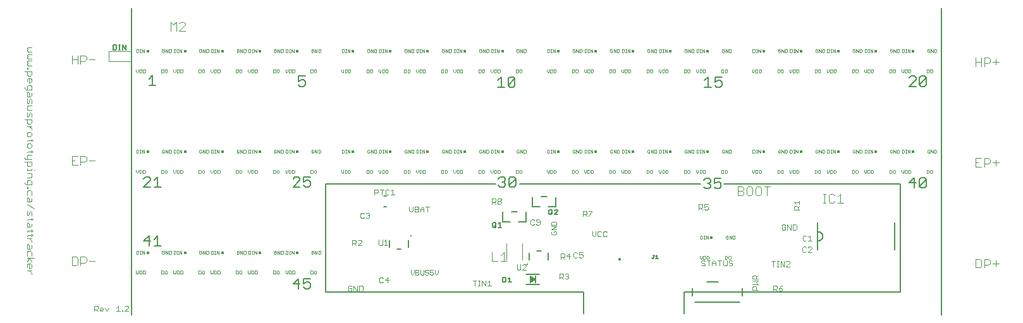
<source format=gbr>
G04 EAGLE Gerber RS-274X export*
G75*
%MOMM*%
%FSLAX34Y34*%
%LPD*%
%INSilkscreen Top*%
%IPPOS*%
%AMOC8*
5,1,8,0,0,1.08239X$1,22.5*%
G01*
%ADD10C,0.200000*%
%ADD11C,0.127000*%
%ADD12C,0.076200*%
%ADD13C,0.050800*%
%ADD14C,0.101600*%
%ADD15C,0.203200*%
%ADD16C,0.400000*%
%ADD17C,0.254000*%
%ADD18C,0.120000*%
%ADD19R,0.200000X1.000000*%
%ADD20C,0.152400*%
%ADD21C,0.100000*%

G36*
X505845Y-341007D02*
X505845Y-341007D01*
X505916Y-341009D01*
X505986Y-340990D01*
X506057Y-340982D01*
X506112Y-340957D01*
X506191Y-340937D01*
X506294Y-340876D01*
X506363Y-340845D01*
X509363Y-338845D01*
X509450Y-338768D01*
X509540Y-338695D01*
X509555Y-338673D01*
X509575Y-338655D01*
X509637Y-338558D01*
X509704Y-338463D01*
X509712Y-338437D01*
X509727Y-338415D01*
X509759Y-338304D01*
X509797Y-338194D01*
X509798Y-338167D01*
X509805Y-338142D01*
X509805Y-338026D01*
X509811Y-337910D01*
X509805Y-337884D01*
X509805Y-337857D01*
X509773Y-337746D01*
X509747Y-337633D01*
X509734Y-337610D01*
X509726Y-337584D01*
X509664Y-337486D01*
X509608Y-337385D01*
X509590Y-337369D01*
X509575Y-337344D01*
X509367Y-337159D01*
X509363Y-337155D01*
X506363Y-335155D01*
X506299Y-335124D01*
X506239Y-335085D01*
X506171Y-335063D01*
X506107Y-335032D01*
X506036Y-335020D01*
X505968Y-334999D01*
X505897Y-334997D01*
X505827Y-334985D01*
X505755Y-334993D01*
X505684Y-334991D01*
X505615Y-335009D01*
X505544Y-335018D01*
X505478Y-335045D01*
X505409Y-335063D01*
X505348Y-335100D01*
X505282Y-335127D01*
X505226Y-335172D01*
X505164Y-335209D01*
X505115Y-335260D01*
X505060Y-335305D01*
X505019Y-335364D01*
X504970Y-335416D01*
X504937Y-335479D01*
X504896Y-335537D01*
X504873Y-335605D01*
X504840Y-335669D01*
X504830Y-335728D01*
X504803Y-335806D01*
X504797Y-335925D01*
X504785Y-336000D01*
X504785Y-340000D01*
X504795Y-340071D01*
X504795Y-340143D01*
X504815Y-340211D01*
X504825Y-340282D01*
X504854Y-340347D01*
X504874Y-340416D01*
X504912Y-340476D01*
X504941Y-340541D01*
X504987Y-340596D01*
X505025Y-340656D01*
X505079Y-340704D01*
X505125Y-340758D01*
X505184Y-340798D01*
X505238Y-340845D01*
X505302Y-340876D01*
X505361Y-340916D01*
X505430Y-340937D01*
X505494Y-340968D01*
X505564Y-340980D01*
X505632Y-341001D01*
X505704Y-341003D01*
X505775Y-341015D01*
X505845Y-341007D01*
G37*
D10*
X1055000Y25000D02*
X1055000Y-385000D01*
X-30000Y-385000D02*
X-30000Y25000D01*
X230000Y-210000D02*
X230000Y-355000D01*
X1000000Y-355000D02*
X1000000Y-210000D01*
D11*
X-1690Y-64623D02*
X-6271Y-69204D01*
X-1690Y-64623D02*
X-1690Y-78365D01*
X2890Y-78365D02*
X-6271Y-78365D01*
X460823Y-71204D02*
X465404Y-66623D01*
X465404Y-80365D01*
X469984Y-80365D02*
X460823Y-80365D01*
X474635Y-78075D02*
X474635Y-68914D01*
X476925Y-66623D01*
X481506Y-66623D01*
X483796Y-68914D01*
X483796Y-78075D01*
X481506Y-80365D01*
X476925Y-80365D01*
X474635Y-78075D01*
X483796Y-68914D01*
X202890Y-65623D02*
X193729Y-65623D01*
X193729Y-72494D01*
X198310Y-70204D01*
X200600Y-70204D01*
X202890Y-72494D01*
X202890Y-77075D01*
X200600Y-79365D01*
X196019Y-79365D01*
X193729Y-77075D01*
X737823Y-71204D02*
X742404Y-66623D01*
X742404Y-80365D01*
X746984Y-80365D02*
X737823Y-80365D01*
X751635Y-66623D02*
X760796Y-66623D01*
X751635Y-66623D02*
X751635Y-73494D01*
X756216Y-71204D01*
X758506Y-71204D01*
X760796Y-73494D01*
X760796Y-78075D01*
X758506Y-80365D01*
X753925Y-80365D01*
X751635Y-78075D01*
X1011823Y-79365D02*
X1020984Y-79365D01*
X1011823Y-79365D02*
X1020984Y-70204D01*
X1020984Y-67914D01*
X1018694Y-65623D01*
X1014114Y-65623D01*
X1011823Y-67914D01*
X1025635Y-67914D02*
X1025635Y-77075D01*
X1025635Y-67914D02*
X1027925Y-65623D01*
X1032506Y-65623D01*
X1034796Y-67914D01*
X1034796Y-77075D01*
X1032506Y-79365D01*
X1027925Y-79365D01*
X1025635Y-77075D01*
X1034796Y-67914D01*
X-4016Y-214365D02*
X-13177Y-214365D01*
X-4016Y-205204D01*
X-4016Y-202914D01*
X-6306Y-200623D01*
X-10887Y-200623D01*
X-13177Y-202914D01*
X635Y-205204D02*
X5216Y-200623D01*
X5216Y-214365D01*
X9796Y-214365D02*
X635Y-214365D01*
X186823Y-214365D02*
X195984Y-214365D01*
X186823Y-214365D02*
X195984Y-205204D01*
X195984Y-202914D01*
X193694Y-200623D01*
X189114Y-200623D01*
X186823Y-202914D01*
X200635Y-200623D02*
X209796Y-200623D01*
X200635Y-200623D02*
X200635Y-207494D01*
X205216Y-205204D01*
X207506Y-205204D01*
X209796Y-207494D01*
X209796Y-212075D01*
X207506Y-214365D01*
X202925Y-214365D01*
X200635Y-212075D01*
X461823Y-202914D02*
X464114Y-200623D01*
X468694Y-200623D01*
X470984Y-202914D01*
X470984Y-205204D01*
X468694Y-207494D01*
X466404Y-207494D01*
X468694Y-207494D02*
X470984Y-209784D01*
X470984Y-212075D01*
X468694Y-214365D01*
X464114Y-214365D01*
X461823Y-212075D01*
X475635Y-212075D02*
X475635Y-202914D01*
X477925Y-200623D01*
X482506Y-200623D01*
X484796Y-202914D01*
X484796Y-212075D01*
X482506Y-214365D01*
X477925Y-214365D01*
X475635Y-212075D01*
X484796Y-202914D01*
X736823Y-204914D02*
X739114Y-202623D01*
X743694Y-202623D01*
X745984Y-204914D01*
X745984Y-207204D01*
X743694Y-209494D01*
X741404Y-209494D01*
X743694Y-209494D02*
X745984Y-211784D01*
X745984Y-214075D01*
X743694Y-216365D01*
X739114Y-216365D01*
X736823Y-214075D01*
X750635Y-202623D02*
X759796Y-202623D01*
X750635Y-202623D02*
X750635Y-209494D01*
X755216Y-207204D01*
X757506Y-207204D01*
X759796Y-209494D01*
X759796Y-214075D01*
X757506Y-216365D01*
X752925Y-216365D01*
X750635Y-214075D01*
X1018694Y-215365D02*
X1018694Y-201623D01*
X1011823Y-208494D01*
X1020984Y-208494D01*
X1025635Y-203914D02*
X1025635Y-213075D01*
X1025635Y-203914D02*
X1027925Y-201623D01*
X1032506Y-201623D01*
X1034796Y-203914D01*
X1034796Y-213075D01*
X1032506Y-215365D01*
X1027925Y-215365D01*
X1025635Y-213075D01*
X1034796Y-203914D01*
X-6306Y-279623D02*
X-6306Y-293365D01*
X-13177Y-286494D02*
X-6306Y-279623D01*
X-4016Y-286494D02*
X-13177Y-286494D01*
X635Y-284204D02*
X5216Y-279623D01*
X5216Y-293365D01*
X9796Y-293365D02*
X635Y-293365D01*
X193694Y-336623D02*
X193694Y-350365D01*
X186823Y-343494D02*
X193694Y-336623D01*
X195984Y-343494D02*
X186823Y-343494D01*
X200635Y-336623D02*
X209796Y-336623D01*
X200635Y-336623D02*
X200635Y-343494D01*
X205216Y-341204D01*
X207506Y-341204D01*
X209796Y-343494D01*
X209796Y-348075D01*
X207506Y-350365D01*
X202925Y-350365D01*
X200635Y-348075D01*
D12*
X736904Y-312375D02*
X738112Y-313582D01*
X736904Y-312375D02*
X734489Y-312375D01*
X733282Y-313582D01*
X733282Y-314790D01*
X734489Y-315997D01*
X736904Y-315997D01*
X738112Y-317204D01*
X738112Y-318412D01*
X736904Y-319619D01*
X734489Y-319619D01*
X733282Y-318412D01*
X743063Y-319619D02*
X743063Y-312375D01*
X740648Y-312375D02*
X745478Y-312375D01*
X748015Y-314790D02*
X748015Y-319619D01*
X748015Y-314790D02*
X750429Y-312375D01*
X752844Y-314790D01*
X752844Y-319619D01*
X752844Y-315997D02*
X748015Y-315997D01*
X757796Y-319619D02*
X757796Y-312375D01*
X760210Y-312375D02*
X755381Y-312375D01*
X762747Y-312375D02*
X762747Y-318412D01*
X763955Y-319619D01*
X766369Y-319619D01*
X767577Y-318412D01*
X767577Y-312375D01*
X773736Y-312375D02*
X774943Y-313582D01*
X773736Y-312375D02*
X771321Y-312375D01*
X770114Y-313582D01*
X770114Y-314790D01*
X771321Y-315997D01*
X773736Y-315997D01*
X774943Y-317204D01*
X774943Y-318412D01*
X773736Y-319619D01*
X771321Y-319619D01*
X770114Y-318412D01*
D13*
X533831Y-273414D02*
X532748Y-274497D01*
X532748Y-276663D01*
X533831Y-277746D01*
X538163Y-277746D01*
X539246Y-276663D01*
X539246Y-274497D01*
X538163Y-273414D01*
X535997Y-273414D01*
X535997Y-275580D01*
X539246Y-271301D02*
X532748Y-271301D01*
X539246Y-266969D01*
X532748Y-266969D01*
X532748Y-264855D02*
X539246Y-264855D01*
X539246Y-261606D01*
X538163Y-260523D01*
X533831Y-260523D01*
X532748Y-261606D01*
X532748Y-264855D01*
D12*
X587381Y-273375D02*
X587381Y-278204D01*
X589796Y-280619D01*
X592210Y-278204D01*
X592210Y-273375D01*
X598369Y-273375D02*
X599577Y-274582D01*
X598369Y-273375D02*
X595955Y-273375D01*
X594747Y-274582D01*
X594747Y-279412D01*
X595955Y-280619D01*
X598369Y-280619D01*
X599577Y-279412D01*
X605736Y-273375D02*
X606943Y-274582D01*
X605736Y-273375D02*
X603321Y-273375D01*
X602114Y-274582D01*
X602114Y-279412D01*
X603321Y-280619D01*
X605736Y-280619D01*
X606943Y-279412D01*
X-79500Y-373375D02*
X-79500Y-380619D01*
X-79500Y-373375D02*
X-75878Y-373375D01*
X-74670Y-374582D01*
X-74670Y-376997D01*
X-75878Y-378204D01*
X-79500Y-378204D01*
X-77085Y-378204D02*
X-74670Y-380619D01*
X-70926Y-380619D02*
X-68512Y-380619D01*
X-70926Y-380619D02*
X-72134Y-379412D01*
X-72134Y-376997D01*
X-70926Y-375790D01*
X-68512Y-375790D01*
X-67304Y-376997D01*
X-67304Y-378204D01*
X-72134Y-378204D01*
X-64767Y-375790D02*
X-62353Y-380619D01*
X-59938Y-375790D01*
X-50035Y-375790D02*
X-47620Y-373375D01*
X-47620Y-380619D01*
X-50035Y-380619D02*
X-45205Y-380619D01*
X-42669Y-380619D02*
X-42669Y-379412D01*
X-41461Y-379412D01*
X-41461Y-380619D01*
X-42669Y-380619D01*
X-38985Y-380619D02*
X-34156Y-380619D01*
X-38985Y-380619D02*
X-34156Y-375790D01*
X-34156Y-374582D01*
X-35363Y-373375D01*
X-37778Y-373375D01*
X-38985Y-374582D01*
X-163455Y-26917D02*
X-168078Y-26917D01*
X-169619Y-28458D01*
X-168078Y-29998D01*
X-169619Y-31539D01*
X-168078Y-33080D01*
X-163455Y-33080D01*
X-163455Y-36124D02*
X-168078Y-36124D01*
X-169619Y-37665D01*
X-168078Y-39206D01*
X-169619Y-40747D01*
X-168078Y-42288D01*
X-163455Y-42288D01*
X-163455Y-45332D02*
X-168078Y-45332D01*
X-169619Y-46873D01*
X-168078Y-48414D01*
X-169619Y-49955D01*
X-168078Y-51496D01*
X-163455Y-51496D01*
X-168078Y-54540D02*
X-169619Y-54540D01*
X-168078Y-54540D02*
X-168078Y-56081D01*
X-169619Y-56081D01*
X-169619Y-54540D01*
X-172701Y-59144D02*
X-163455Y-59144D01*
X-163455Y-63767D01*
X-164996Y-65308D01*
X-168078Y-65308D01*
X-169619Y-63767D01*
X-169619Y-59144D01*
X-169619Y-69893D02*
X-169619Y-72975D01*
X-169619Y-69893D02*
X-168078Y-68352D01*
X-164996Y-68352D01*
X-163455Y-69893D01*
X-163455Y-72975D01*
X-164996Y-74516D01*
X-166537Y-74516D01*
X-166537Y-68352D01*
X-172701Y-80642D02*
X-172701Y-82183D01*
X-171160Y-83724D01*
X-163455Y-83724D01*
X-163455Y-79101D01*
X-164996Y-77560D01*
X-168078Y-77560D01*
X-169619Y-79101D01*
X-169619Y-83724D01*
X-163455Y-88308D02*
X-163455Y-91390D01*
X-164996Y-92931D01*
X-169619Y-92931D01*
X-169619Y-88308D01*
X-168078Y-86768D01*
X-166537Y-88308D01*
X-166537Y-92931D01*
X-169619Y-95975D02*
X-169619Y-100598D01*
X-168078Y-102139D01*
X-166537Y-100598D01*
X-166537Y-97516D01*
X-164996Y-95975D01*
X-163455Y-97516D01*
X-163455Y-102139D01*
X-163455Y-105183D02*
X-168078Y-105183D01*
X-169619Y-106724D01*
X-169619Y-111347D01*
X-163455Y-111347D01*
X-169619Y-114391D02*
X-169619Y-119014D01*
X-168078Y-120555D01*
X-166537Y-119014D01*
X-166537Y-115932D01*
X-164996Y-114391D01*
X-163455Y-115932D01*
X-163455Y-120555D01*
X-163455Y-123599D02*
X-172701Y-123599D01*
X-163455Y-123599D02*
X-163455Y-128222D01*
X-164996Y-129763D01*
X-168078Y-129763D01*
X-169619Y-128222D01*
X-169619Y-123599D01*
X-169619Y-132807D02*
X-163455Y-132807D01*
X-166537Y-132807D02*
X-163455Y-135889D01*
X-163455Y-137430D01*
X-169619Y-142021D02*
X-169619Y-145103D01*
X-168078Y-146644D01*
X-164996Y-146644D01*
X-163455Y-145103D01*
X-163455Y-142021D01*
X-164996Y-140480D01*
X-168078Y-140480D01*
X-169619Y-142021D01*
X-168078Y-151229D02*
X-161914Y-151229D01*
X-168078Y-151229D02*
X-169619Y-152770D01*
X-163455Y-152770D02*
X-163455Y-149688D01*
X-169619Y-157367D02*
X-169619Y-160449D01*
X-168078Y-161990D01*
X-164996Y-161990D01*
X-163455Y-160449D01*
X-163455Y-157367D01*
X-164996Y-155826D01*
X-168078Y-155826D01*
X-169619Y-157367D01*
X-168078Y-166575D02*
X-161914Y-166575D01*
X-168078Y-166575D02*
X-169619Y-168116D01*
X-163455Y-168116D02*
X-163455Y-165034D01*
X-163455Y-171173D02*
X-168078Y-171173D01*
X-169619Y-172714D01*
X-169619Y-177337D01*
X-171160Y-177337D02*
X-163455Y-177337D01*
X-171160Y-177337D02*
X-172701Y-175796D01*
X-172701Y-174255D01*
X-172701Y-180381D02*
X-163455Y-180381D01*
X-163455Y-185004D01*
X-164996Y-186545D01*
X-168078Y-186545D01*
X-169619Y-185004D01*
X-169619Y-180381D01*
X-163455Y-189588D02*
X-163455Y-191129D01*
X-169619Y-191129D01*
X-169619Y-189588D02*
X-169619Y-192670D01*
X-160373Y-191129D02*
X-158832Y-191129D01*
X-163455Y-195727D02*
X-169619Y-195727D01*
X-163455Y-195727D02*
X-163455Y-200350D01*
X-164996Y-201891D01*
X-169619Y-201891D01*
X-172701Y-208017D02*
X-172701Y-209558D01*
X-171160Y-211099D01*
X-163455Y-211099D01*
X-163455Y-206476D01*
X-164996Y-204935D01*
X-168078Y-204935D01*
X-169619Y-206476D01*
X-169619Y-211099D01*
X-169619Y-214143D02*
X-168078Y-214143D01*
X-168078Y-215684D01*
X-169619Y-215684D01*
X-169619Y-214143D01*
X-163455Y-220288D02*
X-163455Y-224911D01*
X-163455Y-220288D02*
X-164996Y-218747D01*
X-168078Y-218747D01*
X-169619Y-220288D01*
X-169619Y-224911D01*
X-163455Y-229495D02*
X-163455Y-232577D01*
X-164996Y-234118D01*
X-169619Y-234118D01*
X-169619Y-229495D01*
X-168078Y-227954D01*
X-166537Y-229495D01*
X-166537Y-234118D01*
X-169619Y-237162D02*
X-160373Y-243326D01*
X-169619Y-246370D02*
X-169619Y-250993D01*
X-168078Y-252534D01*
X-166537Y-250993D01*
X-166537Y-247911D01*
X-164996Y-246370D01*
X-163455Y-247911D01*
X-163455Y-252534D01*
X-161914Y-257119D02*
X-168078Y-257119D01*
X-169619Y-258660D01*
X-163455Y-258660D02*
X-163455Y-255578D01*
X-163455Y-263258D02*
X-163455Y-266339D01*
X-164996Y-267880D01*
X-169619Y-267880D01*
X-169619Y-263258D01*
X-168078Y-261717D01*
X-166537Y-263258D01*
X-166537Y-267880D01*
X-168078Y-272465D02*
X-161914Y-272465D01*
X-168078Y-272465D02*
X-169619Y-274006D01*
X-163455Y-274006D02*
X-163455Y-270924D01*
X-161914Y-278604D02*
X-168078Y-278604D01*
X-169619Y-280145D01*
X-163455Y-280145D02*
X-163455Y-277063D01*
X-163455Y-283202D02*
X-169619Y-283202D01*
X-166537Y-283202D02*
X-163455Y-286283D01*
X-163455Y-287824D01*
X-163455Y-292416D02*
X-163455Y-295498D01*
X-164996Y-297039D01*
X-169619Y-297039D01*
X-169619Y-292416D01*
X-168078Y-290875D01*
X-166537Y-292416D01*
X-166537Y-297039D01*
X-163455Y-301624D02*
X-163455Y-306246D01*
X-163455Y-301624D02*
X-164996Y-300083D01*
X-168078Y-300083D01*
X-169619Y-301624D01*
X-169619Y-306246D01*
X-169619Y-309290D02*
X-160373Y-309290D01*
X-166537Y-309290D02*
X-169619Y-313913D01*
X-166537Y-309290D02*
X-163455Y-313913D01*
X-169619Y-318505D02*
X-169619Y-321587D01*
X-169619Y-318505D02*
X-168078Y-316964D01*
X-164996Y-316964D01*
X-163455Y-318505D01*
X-163455Y-321587D01*
X-164996Y-323128D01*
X-166537Y-323128D01*
X-166537Y-316964D01*
X-169619Y-326171D02*
X-163455Y-326171D01*
X-166537Y-326171D02*
X-163455Y-329253D01*
X-163455Y-330794D01*
X342381Y-245204D02*
X342381Y-240375D01*
X342381Y-245204D02*
X344796Y-247619D01*
X347210Y-245204D01*
X347210Y-240375D01*
X349747Y-240375D02*
X349747Y-247619D01*
X349747Y-240375D02*
X353369Y-240375D01*
X354577Y-241582D01*
X354577Y-242790D01*
X353369Y-243997D01*
X354577Y-245204D01*
X354577Y-246412D01*
X353369Y-247619D01*
X349747Y-247619D01*
X349747Y-243997D02*
X353369Y-243997D01*
X357114Y-242790D02*
X357114Y-247619D01*
X357114Y-242790D02*
X359528Y-240375D01*
X361943Y-242790D01*
X361943Y-247619D01*
X361943Y-243997D02*
X357114Y-243997D01*
X366895Y-247619D02*
X366895Y-240375D01*
X369309Y-240375D02*
X364480Y-240375D01*
D13*
X344254Y-325248D02*
X344254Y-329580D01*
X346420Y-331746D01*
X348586Y-329580D01*
X348586Y-325248D01*
X350700Y-325248D02*
X350700Y-331746D01*
X350700Y-325248D02*
X353948Y-325248D01*
X355031Y-326331D01*
X355031Y-327414D01*
X353948Y-328497D01*
X355031Y-329580D01*
X355031Y-330663D01*
X353948Y-331746D01*
X350700Y-331746D01*
X350700Y-328497D02*
X353948Y-328497D01*
X357145Y-330663D02*
X357145Y-325248D01*
X357145Y-330663D02*
X358228Y-331746D01*
X360394Y-331746D01*
X361477Y-330663D01*
X361477Y-325248D01*
X366839Y-325248D02*
X367922Y-326331D01*
X366839Y-325248D02*
X364673Y-325248D01*
X363591Y-326331D01*
X363591Y-327414D01*
X364673Y-328497D01*
X366839Y-328497D01*
X367922Y-329580D01*
X367922Y-330663D01*
X366839Y-331746D01*
X364673Y-331746D01*
X363591Y-330663D01*
X370036Y-325248D02*
X374368Y-325248D01*
X370036Y-325248D02*
X370036Y-328497D01*
X372202Y-327414D01*
X373285Y-327414D01*
X374368Y-328497D01*
X374368Y-330663D01*
X373285Y-331746D01*
X371119Y-331746D01*
X370036Y-330663D01*
X376482Y-329580D02*
X376482Y-325248D01*
X376482Y-329580D02*
X378647Y-331746D01*
X380813Y-329580D01*
X380813Y-325248D01*
D12*
X265210Y-347582D02*
X264003Y-346375D01*
X261588Y-346375D01*
X260381Y-347582D01*
X260381Y-352412D01*
X261588Y-353619D01*
X264003Y-353619D01*
X265210Y-352412D01*
X265210Y-349997D01*
X262796Y-349997D01*
X267747Y-353619D02*
X267747Y-346375D01*
X272577Y-353619D01*
X272577Y-346375D01*
X275114Y-346375D02*
X275114Y-353619D01*
X278736Y-353619D01*
X279943Y-352412D01*
X279943Y-347582D01*
X278736Y-346375D01*
X275114Y-346375D01*
D14*
X22508Y-4842D02*
X22508Y6852D01*
X26406Y2954D01*
X30304Y6852D01*
X30304Y-4842D01*
X34202Y-4842D02*
X41998Y-4842D01*
X34202Y-4842D02*
X41998Y2954D01*
X41998Y4903D01*
X40049Y6852D01*
X36151Y6852D01*
X34202Y4903D01*
D10*
X230000Y-355000D02*
X576000Y-355000D01*
X576000Y-384000D01*
X710000Y-384000D02*
X710000Y-355000D01*
X1000000Y-355000D01*
X458000Y-210000D02*
X230000Y-210000D01*
X490000Y-210000D02*
X732000Y-210000D01*
X764000Y-210000D02*
X1000000Y-210000D01*
D14*
X-109492Y-49492D02*
X-109492Y-37798D01*
X-109492Y-43645D02*
X-101696Y-43645D01*
X-101696Y-37798D02*
X-101696Y-49492D01*
X-97798Y-49492D02*
X-97798Y-37798D01*
X-91951Y-37798D01*
X-90002Y-39747D01*
X-90002Y-43645D01*
X-91951Y-45594D01*
X-97798Y-45594D01*
X-86104Y-43645D02*
X-78308Y-43645D01*
X-101696Y-172798D02*
X-109492Y-172798D01*
X-109492Y-184492D01*
X-101696Y-184492D01*
X-105594Y-178645D02*
X-109492Y-178645D01*
X-97798Y-184492D02*
X-97798Y-172798D01*
X-91951Y-172798D01*
X-90002Y-174747D01*
X-90002Y-178645D01*
X-91951Y-180594D01*
X-97798Y-180594D01*
X-86104Y-178645D02*
X-78308Y-178645D01*
X-109492Y-307798D02*
X-109492Y-319492D01*
X-103645Y-319492D01*
X-101696Y-317543D01*
X-101696Y-309747D01*
X-103645Y-307798D01*
X-109492Y-307798D01*
X-97798Y-307798D02*
X-97798Y-319492D01*
X-97798Y-307798D02*
X-91951Y-307798D01*
X-90002Y-309747D01*
X-90002Y-313645D01*
X-91951Y-315594D01*
X-97798Y-315594D01*
X-86104Y-313645D02*
X-78308Y-313645D01*
X1100426Y-52192D02*
X1100426Y-40498D01*
X1100426Y-46345D02*
X1108222Y-46345D01*
X1108222Y-40498D02*
X1108222Y-52192D01*
X1112120Y-52192D02*
X1112120Y-40498D01*
X1117967Y-40498D01*
X1119916Y-42447D01*
X1119916Y-46345D01*
X1117967Y-48294D01*
X1112120Y-48294D01*
X1123814Y-46345D02*
X1131610Y-46345D01*
X1127712Y-42447D02*
X1127712Y-50243D01*
X1108222Y-175498D02*
X1100426Y-175498D01*
X1100426Y-187192D01*
X1108222Y-187192D01*
X1104324Y-181345D02*
X1100426Y-181345D01*
X1112120Y-187192D02*
X1112120Y-175498D01*
X1117967Y-175498D01*
X1119916Y-177447D01*
X1119916Y-181345D01*
X1117967Y-183294D01*
X1112120Y-183294D01*
X1123814Y-181345D02*
X1131610Y-181345D01*
X1127712Y-177447D02*
X1127712Y-185243D01*
X1100426Y-310498D02*
X1100426Y-322192D01*
X1106273Y-322192D01*
X1108222Y-320243D01*
X1108222Y-312447D01*
X1106273Y-310498D01*
X1100426Y-310498D01*
X1112120Y-310498D02*
X1112120Y-322192D01*
X1112120Y-310498D02*
X1117967Y-310498D01*
X1119916Y-312447D01*
X1119916Y-316345D01*
X1117967Y-318294D01*
X1112120Y-318294D01*
X1123814Y-316345D02*
X1131610Y-316345D01*
X1127712Y-312447D02*
X1127712Y-320243D01*
D15*
X890016Y-286000D02*
X890169Y-285998D01*
X890322Y-285992D01*
X890475Y-285982D01*
X890628Y-285969D01*
X890780Y-285951D01*
X890932Y-285930D01*
X891083Y-285904D01*
X891233Y-285875D01*
X891383Y-285842D01*
X891532Y-285805D01*
X891680Y-285765D01*
X891826Y-285720D01*
X891972Y-285672D01*
X892116Y-285620D01*
X892259Y-285565D01*
X892400Y-285506D01*
X892540Y-285443D01*
X892678Y-285377D01*
X892815Y-285307D01*
X892949Y-285234D01*
X893082Y-285157D01*
X893213Y-285077D01*
X893341Y-284994D01*
X893468Y-284908D01*
X893592Y-284818D01*
X893714Y-284725D01*
X893833Y-284629D01*
X893950Y-284530D01*
X894065Y-284428D01*
X894177Y-284323D01*
X894286Y-284215D01*
X894392Y-284105D01*
X894495Y-283992D01*
X894596Y-283876D01*
X894693Y-283758D01*
X894788Y-283637D01*
X894879Y-283514D01*
X894967Y-283389D01*
X895052Y-283261D01*
X895134Y-283132D01*
X895212Y-283000D01*
X895287Y-282866D01*
X895359Y-282731D01*
X895427Y-282593D01*
X895491Y-282454D01*
X895552Y-282314D01*
X895609Y-282172D01*
X895663Y-282028D01*
X895713Y-281883D01*
X895759Y-281737D01*
X895802Y-281590D01*
X895840Y-281442D01*
X895875Y-281292D01*
X895906Y-281142D01*
X895934Y-280992D01*
X895957Y-280840D01*
X895976Y-280688D01*
X895992Y-280536D01*
X896004Y-280383D01*
X896012Y-280230D01*
X896016Y-280077D01*
X896016Y-279923D01*
X896012Y-279770D01*
X896004Y-279617D01*
X895992Y-279464D01*
X895976Y-279312D01*
X895957Y-279160D01*
X895934Y-279008D01*
X895906Y-278858D01*
X895875Y-278708D01*
X895840Y-278558D01*
X895802Y-278410D01*
X895759Y-278263D01*
X895713Y-278117D01*
X895663Y-277972D01*
X895609Y-277828D01*
X895552Y-277686D01*
X895491Y-277546D01*
X895427Y-277407D01*
X895359Y-277269D01*
X895287Y-277134D01*
X895212Y-277000D01*
X895134Y-276868D01*
X895052Y-276739D01*
X894967Y-276611D01*
X894879Y-276486D01*
X894788Y-276363D01*
X894693Y-276242D01*
X894596Y-276124D01*
X894495Y-276008D01*
X894392Y-275895D01*
X894286Y-275785D01*
X894177Y-275677D01*
X894065Y-275572D01*
X893950Y-275470D01*
X893833Y-275371D01*
X893714Y-275275D01*
X893592Y-275182D01*
X893468Y-275092D01*
X893341Y-275006D01*
X893213Y-274923D01*
X893082Y-274843D01*
X892949Y-274766D01*
X892815Y-274693D01*
X892678Y-274623D01*
X892540Y-274557D01*
X892400Y-274494D01*
X892259Y-274435D01*
X892116Y-274380D01*
X891972Y-274328D01*
X891826Y-274280D01*
X891680Y-274235D01*
X891532Y-274195D01*
X891383Y-274158D01*
X891233Y-274125D01*
X891083Y-274096D01*
X890932Y-274070D01*
X890780Y-274049D01*
X890628Y-274031D01*
X890475Y-274018D01*
X890322Y-274008D01*
X890169Y-274002D01*
X890016Y-274000D01*
X991984Y-261516D02*
X991984Y-298484D01*
X889016Y-298484D02*
X889016Y-261516D01*
D14*
X896508Y-235142D02*
X900406Y-235142D01*
X898457Y-235142D02*
X898457Y-223448D01*
X896508Y-223448D02*
X900406Y-223448D01*
X910151Y-223448D02*
X912100Y-225397D01*
X910151Y-223448D02*
X906253Y-223448D01*
X904304Y-225397D01*
X904304Y-233193D01*
X906253Y-235142D01*
X910151Y-235142D01*
X912100Y-233193D01*
X915998Y-227346D02*
X919896Y-223448D01*
X919896Y-235142D01*
X915998Y-235142D02*
X923794Y-235142D01*
D12*
X-22896Y-33619D02*
X-22896Y-29377D01*
X-22896Y-33619D02*
X-20775Y-33619D01*
X-20068Y-32912D01*
X-20068Y-30084D01*
X-20775Y-29377D01*
X-22896Y-29377D01*
X-18292Y-33619D02*
X-16878Y-33619D01*
X-17585Y-33619D02*
X-17585Y-29377D01*
X-18292Y-29377D02*
X-16878Y-29377D01*
X-15223Y-29377D02*
X-15223Y-33619D01*
X-12395Y-33619D02*
X-15223Y-29377D01*
X-12395Y-29377D02*
X-12395Y-33619D01*
X13502Y-29377D02*
X14209Y-30084D01*
X13502Y-29377D02*
X12088Y-29377D01*
X11381Y-30084D01*
X11381Y-32912D01*
X12088Y-33619D01*
X13502Y-33619D01*
X14209Y-32912D01*
X14209Y-31498D01*
X12795Y-31498D01*
X15985Y-33619D02*
X15985Y-29377D01*
X18813Y-33619D01*
X18813Y-29377D01*
X20589Y-29377D02*
X20589Y-33619D01*
X22710Y-33619D01*
X23417Y-32912D01*
X23417Y-30084D01*
X22710Y-29377D01*
X20589Y-29377D01*
X-23431Y-56377D02*
X-23431Y-59205D01*
X-22017Y-60619D01*
X-20603Y-59205D01*
X-20603Y-56377D01*
X-18827Y-56377D02*
X-18827Y-60619D01*
X-16706Y-60619D01*
X-15999Y-59912D01*
X-15999Y-57084D01*
X-16706Y-56377D01*
X-18827Y-56377D01*
X-14223Y-56377D02*
X-14223Y-60619D01*
X-12102Y-60619D01*
X-11395Y-59912D01*
X-11395Y-57084D01*
X-12102Y-56377D01*
X-14223Y-56377D01*
X10381Y-56377D02*
X10381Y-60619D01*
X12502Y-60619D01*
X13209Y-59912D01*
X13209Y-57084D01*
X12502Y-56377D01*
X10381Y-56377D01*
X15692Y-56377D02*
X17106Y-56377D01*
X15692Y-56377D02*
X14985Y-57084D01*
X14985Y-59912D01*
X15692Y-60619D01*
X17106Y-60619D01*
X17813Y-59912D01*
X17813Y-57084D01*
X17106Y-56377D01*
D16*
X-8000Y-32000D03*
D12*
X27104Y-33619D02*
X27104Y-29377D01*
X27104Y-33619D02*
X29225Y-33619D01*
X29932Y-32912D01*
X29932Y-30084D01*
X29225Y-29377D01*
X27104Y-29377D01*
X31708Y-33619D02*
X33122Y-33619D01*
X32415Y-33619D02*
X32415Y-29377D01*
X31708Y-29377D02*
X33122Y-29377D01*
X34777Y-29377D02*
X34777Y-33619D01*
X37605Y-33619D02*
X34777Y-29377D01*
X37605Y-29377D02*
X37605Y-33619D01*
X63502Y-29377D02*
X64209Y-30084D01*
X63502Y-29377D02*
X62088Y-29377D01*
X61381Y-30084D01*
X61381Y-32912D01*
X62088Y-33619D01*
X63502Y-33619D01*
X64209Y-32912D01*
X64209Y-31498D01*
X62795Y-31498D01*
X65985Y-33619D02*
X65985Y-29377D01*
X68813Y-33619D01*
X68813Y-29377D01*
X70589Y-29377D02*
X70589Y-33619D01*
X72710Y-33619D01*
X73417Y-32912D01*
X73417Y-30084D01*
X72710Y-29377D01*
X70589Y-29377D01*
X26569Y-56377D02*
X26569Y-59205D01*
X27983Y-60619D01*
X29397Y-59205D01*
X29397Y-56377D01*
X31173Y-56377D02*
X31173Y-60619D01*
X33294Y-60619D01*
X34001Y-59912D01*
X34001Y-57084D01*
X33294Y-56377D01*
X31173Y-56377D01*
X35777Y-56377D02*
X35777Y-60619D01*
X37898Y-60619D01*
X38605Y-59912D01*
X38605Y-57084D01*
X37898Y-56377D01*
X35777Y-56377D01*
X60381Y-56377D02*
X60381Y-60619D01*
X62502Y-60619D01*
X63209Y-59912D01*
X63209Y-57084D01*
X62502Y-56377D01*
X60381Y-56377D01*
X65692Y-56377D02*
X67106Y-56377D01*
X65692Y-56377D02*
X64985Y-57084D01*
X64985Y-59912D01*
X65692Y-60619D01*
X67106Y-60619D01*
X67813Y-59912D01*
X67813Y-57084D01*
X67106Y-56377D01*
D16*
X42000Y-32000D03*
D12*
X77104Y-33619D02*
X77104Y-29377D01*
X77104Y-33619D02*
X79225Y-33619D01*
X79932Y-32912D01*
X79932Y-30084D01*
X79225Y-29377D01*
X77104Y-29377D01*
X81708Y-33619D02*
X83122Y-33619D01*
X82415Y-33619D02*
X82415Y-29377D01*
X81708Y-29377D02*
X83122Y-29377D01*
X84777Y-29377D02*
X84777Y-33619D01*
X87605Y-33619D02*
X84777Y-29377D01*
X87605Y-29377D02*
X87605Y-33619D01*
X113502Y-29377D02*
X114209Y-30084D01*
X113502Y-29377D02*
X112088Y-29377D01*
X111381Y-30084D01*
X111381Y-32912D01*
X112088Y-33619D01*
X113502Y-33619D01*
X114209Y-32912D01*
X114209Y-31498D01*
X112795Y-31498D01*
X115985Y-33619D02*
X115985Y-29377D01*
X118813Y-33619D01*
X118813Y-29377D01*
X120589Y-29377D02*
X120589Y-33619D01*
X122710Y-33619D01*
X123417Y-32912D01*
X123417Y-30084D01*
X122710Y-29377D01*
X120589Y-29377D01*
X76569Y-56377D02*
X76569Y-59205D01*
X77983Y-60619D01*
X79397Y-59205D01*
X79397Y-56377D01*
X81173Y-56377D02*
X81173Y-60619D01*
X83294Y-60619D01*
X84001Y-59912D01*
X84001Y-57084D01*
X83294Y-56377D01*
X81173Y-56377D01*
X85777Y-56377D02*
X85777Y-60619D01*
X87898Y-60619D01*
X88605Y-59912D01*
X88605Y-57084D01*
X87898Y-56377D01*
X85777Y-56377D01*
X110381Y-56377D02*
X110381Y-60619D01*
X112502Y-60619D01*
X113209Y-59912D01*
X113209Y-57084D01*
X112502Y-56377D01*
X110381Y-56377D01*
X115692Y-56377D02*
X117106Y-56377D01*
X115692Y-56377D02*
X114985Y-57084D01*
X114985Y-59912D01*
X115692Y-60619D01*
X117106Y-60619D01*
X117813Y-59912D01*
X117813Y-57084D01*
X117106Y-56377D01*
D16*
X92000Y-32000D03*
D12*
X127104Y-33619D02*
X127104Y-29377D01*
X127104Y-33619D02*
X129225Y-33619D01*
X129932Y-32912D01*
X129932Y-30084D01*
X129225Y-29377D01*
X127104Y-29377D01*
X131708Y-33619D02*
X133122Y-33619D01*
X132415Y-33619D02*
X132415Y-29377D01*
X131708Y-29377D02*
X133122Y-29377D01*
X134777Y-29377D02*
X134777Y-33619D01*
X137605Y-33619D02*
X134777Y-29377D01*
X137605Y-29377D02*
X137605Y-33619D01*
X163502Y-29377D02*
X164209Y-30084D01*
X163502Y-29377D02*
X162088Y-29377D01*
X161381Y-30084D01*
X161381Y-32912D01*
X162088Y-33619D01*
X163502Y-33619D01*
X164209Y-32912D01*
X164209Y-31498D01*
X162795Y-31498D01*
X165985Y-33619D02*
X165985Y-29377D01*
X168813Y-33619D01*
X168813Y-29377D01*
X170589Y-29377D02*
X170589Y-33619D01*
X172710Y-33619D01*
X173417Y-32912D01*
X173417Y-30084D01*
X172710Y-29377D01*
X170589Y-29377D01*
X126569Y-56377D02*
X126569Y-59205D01*
X127983Y-60619D01*
X129397Y-59205D01*
X129397Y-56377D01*
X131173Y-56377D02*
X131173Y-60619D01*
X133294Y-60619D01*
X134001Y-59912D01*
X134001Y-57084D01*
X133294Y-56377D01*
X131173Y-56377D01*
X135777Y-56377D02*
X135777Y-60619D01*
X137898Y-60619D01*
X138605Y-59912D01*
X138605Y-57084D01*
X137898Y-56377D01*
X135777Y-56377D01*
X160381Y-56377D02*
X160381Y-60619D01*
X162502Y-60619D01*
X163209Y-59912D01*
X163209Y-57084D01*
X162502Y-56377D01*
X160381Y-56377D01*
X165692Y-56377D02*
X167106Y-56377D01*
X165692Y-56377D02*
X164985Y-57084D01*
X164985Y-59912D01*
X165692Y-60619D01*
X167106Y-60619D01*
X167813Y-59912D01*
X167813Y-57084D01*
X167106Y-56377D01*
D16*
X142000Y-32000D03*
D12*
X177104Y-33619D02*
X177104Y-29377D01*
X177104Y-33619D02*
X179225Y-33619D01*
X179932Y-32912D01*
X179932Y-30084D01*
X179225Y-29377D01*
X177104Y-29377D01*
X181708Y-33619D02*
X183122Y-33619D01*
X182415Y-33619D02*
X182415Y-29377D01*
X181708Y-29377D02*
X183122Y-29377D01*
X184777Y-29377D02*
X184777Y-33619D01*
X187605Y-33619D02*
X184777Y-29377D01*
X187605Y-29377D02*
X187605Y-33619D01*
X213502Y-29377D02*
X214209Y-30084D01*
X213502Y-29377D02*
X212088Y-29377D01*
X211381Y-30084D01*
X211381Y-32912D01*
X212088Y-33619D01*
X213502Y-33619D01*
X214209Y-32912D01*
X214209Y-31498D01*
X212795Y-31498D01*
X215985Y-33619D02*
X215985Y-29377D01*
X218813Y-33619D01*
X218813Y-29377D01*
X220589Y-29377D02*
X220589Y-33619D01*
X222710Y-33619D01*
X223417Y-32912D01*
X223417Y-30084D01*
X222710Y-29377D01*
X220589Y-29377D01*
X176569Y-56377D02*
X176569Y-59205D01*
X177983Y-60619D01*
X179397Y-59205D01*
X179397Y-56377D01*
X181173Y-56377D02*
X181173Y-60619D01*
X183294Y-60619D01*
X184001Y-59912D01*
X184001Y-57084D01*
X183294Y-56377D01*
X181173Y-56377D01*
X185777Y-56377D02*
X185777Y-60619D01*
X187898Y-60619D01*
X188605Y-59912D01*
X188605Y-57084D01*
X187898Y-56377D01*
X185777Y-56377D01*
X210381Y-56377D02*
X210381Y-60619D01*
X212502Y-60619D01*
X213209Y-59912D01*
X213209Y-57084D01*
X212502Y-56377D01*
X210381Y-56377D01*
X215692Y-56377D02*
X217106Y-56377D01*
X215692Y-56377D02*
X214985Y-57084D01*
X214985Y-59912D01*
X215692Y-60619D01*
X217106Y-60619D01*
X217813Y-59912D01*
X217813Y-57084D01*
X217106Y-56377D01*
D16*
X192000Y-32000D03*
D12*
X252104Y-33619D02*
X252104Y-29377D01*
X252104Y-33619D02*
X254225Y-33619D01*
X254932Y-32912D01*
X254932Y-30084D01*
X254225Y-29377D01*
X252104Y-29377D01*
X256708Y-33619D02*
X258122Y-33619D01*
X257415Y-33619D02*
X257415Y-29377D01*
X256708Y-29377D02*
X258122Y-29377D01*
X259777Y-29377D02*
X259777Y-33619D01*
X262605Y-33619D02*
X259777Y-29377D01*
X262605Y-29377D02*
X262605Y-33619D01*
X288502Y-29377D02*
X289209Y-30084D01*
X288502Y-29377D02*
X287088Y-29377D01*
X286381Y-30084D01*
X286381Y-32912D01*
X287088Y-33619D01*
X288502Y-33619D01*
X289209Y-32912D01*
X289209Y-31498D01*
X287795Y-31498D01*
X290985Y-33619D02*
X290985Y-29377D01*
X293813Y-33619D01*
X293813Y-29377D01*
X295589Y-29377D02*
X295589Y-33619D01*
X297710Y-33619D01*
X298417Y-32912D01*
X298417Y-30084D01*
X297710Y-29377D01*
X295589Y-29377D01*
X251569Y-56377D02*
X251569Y-59205D01*
X252983Y-60619D01*
X254397Y-59205D01*
X254397Y-56377D01*
X256173Y-56377D02*
X256173Y-60619D01*
X258294Y-60619D01*
X259001Y-59912D01*
X259001Y-57084D01*
X258294Y-56377D01*
X256173Y-56377D01*
X260777Y-56377D02*
X260777Y-60619D01*
X262898Y-60619D01*
X263605Y-59912D01*
X263605Y-57084D01*
X262898Y-56377D01*
X260777Y-56377D01*
X285381Y-56377D02*
X285381Y-60619D01*
X287502Y-60619D01*
X288209Y-59912D01*
X288209Y-57084D01*
X287502Y-56377D01*
X285381Y-56377D01*
X290692Y-56377D02*
X292106Y-56377D01*
X290692Y-56377D02*
X289985Y-57084D01*
X289985Y-59912D01*
X290692Y-60619D01*
X292106Y-60619D01*
X292813Y-59912D01*
X292813Y-57084D01*
X292106Y-56377D01*
D16*
X267000Y-32000D03*
D12*
X302104Y-33619D02*
X302104Y-29377D01*
X302104Y-33619D02*
X304225Y-33619D01*
X304932Y-32912D01*
X304932Y-30084D01*
X304225Y-29377D01*
X302104Y-29377D01*
X306708Y-33619D02*
X308122Y-33619D01*
X307415Y-33619D02*
X307415Y-29377D01*
X306708Y-29377D02*
X308122Y-29377D01*
X309777Y-29377D02*
X309777Y-33619D01*
X312605Y-33619D02*
X309777Y-29377D01*
X312605Y-29377D02*
X312605Y-33619D01*
X338502Y-29377D02*
X339209Y-30084D01*
X338502Y-29377D02*
X337088Y-29377D01*
X336381Y-30084D01*
X336381Y-32912D01*
X337088Y-33619D01*
X338502Y-33619D01*
X339209Y-32912D01*
X339209Y-31498D01*
X337795Y-31498D01*
X340985Y-33619D02*
X340985Y-29377D01*
X343813Y-33619D01*
X343813Y-29377D01*
X345589Y-29377D02*
X345589Y-33619D01*
X347710Y-33619D01*
X348417Y-32912D01*
X348417Y-30084D01*
X347710Y-29377D01*
X345589Y-29377D01*
X301569Y-56377D02*
X301569Y-59205D01*
X302983Y-60619D01*
X304397Y-59205D01*
X304397Y-56377D01*
X306173Y-56377D02*
X306173Y-60619D01*
X308294Y-60619D01*
X309001Y-59912D01*
X309001Y-57084D01*
X308294Y-56377D01*
X306173Y-56377D01*
X310777Y-56377D02*
X310777Y-60619D01*
X312898Y-60619D01*
X313605Y-59912D01*
X313605Y-57084D01*
X312898Y-56377D01*
X310777Y-56377D01*
X335381Y-56377D02*
X335381Y-60619D01*
X337502Y-60619D01*
X338209Y-59912D01*
X338209Y-57084D01*
X337502Y-56377D01*
X335381Y-56377D01*
X340692Y-56377D02*
X342106Y-56377D01*
X340692Y-56377D02*
X339985Y-57084D01*
X339985Y-59912D01*
X340692Y-60619D01*
X342106Y-60619D01*
X342813Y-59912D01*
X342813Y-57084D01*
X342106Y-56377D01*
D16*
X317000Y-32000D03*
D12*
X352104Y-33619D02*
X352104Y-29377D01*
X352104Y-33619D02*
X354225Y-33619D01*
X354932Y-32912D01*
X354932Y-30084D01*
X354225Y-29377D01*
X352104Y-29377D01*
X356708Y-33619D02*
X358122Y-33619D01*
X357415Y-33619D02*
X357415Y-29377D01*
X356708Y-29377D02*
X358122Y-29377D01*
X359777Y-29377D02*
X359777Y-33619D01*
X362605Y-33619D02*
X359777Y-29377D01*
X362605Y-29377D02*
X362605Y-33619D01*
X388502Y-29377D02*
X389209Y-30084D01*
X388502Y-29377D02*
X387088Y-29377D01*
X386381Y-30084D01*
X386381Y-32912D01*
X387088Y-33619D01*
X388502Y-33619D01*
X389209Y-32912D01*
X389209Y-31498D01*
X387795Y-31498D01*
X390985Y-33619D02*
X390985Y-29377D01*
X393813Y-33619D01*
X393813Y-29377D01*
X395589Y-29377D02*
X395589Y-33619D01*
X397710Y-33619D01*
X398417Y-32912D01*
X398417Y-30084D01*
X397710Y-29377D01*
X395589Y-29377D01*
X351569Y-56377D02*
X351569Y-59205D01*
X352983Y-60619D01*
X354397Y-59205D01*
X354397Y-56377D01*
X356173Y-56377D02*
X356173Y-60619D01*
X358294Y-60619D01*
X359001Y-59912D01*
X359001Y-57084D01*
X358294Y-56377D01*
X356173Y-56377D01*
X360777Y-56377D02*
X360777Y-60619D01*
X362898Y-60619D01*
X363605Y-59912D01*
X363605Y-57084D01*
X362898Y-56377D01*
X360777Y-56377D01*
X385381Y-56377D02*
X385381Y-60619D01*
X387502Y-60619D01*
X388209Y-59912D01*
X388209Y-57084D01*
X387502Y-56377D01*
X385381Y-56377D01*
X390692Y-56377D02*
X392106Y-56377D01*
X390692Y-56377D02*
X389985Y-57084D01*
X389985Y-59912D01*
X390692Y-60619D01*
X392106Y-60619D01*
X392813Y-59912D01*
X392813Y-57084D01*
X392106Y-56377D01*
D16*
X367000Y-32000D03*
D12*
X402104Y-33619D02*
X402104Y-29377D01*
X402104Y-33619D02*
X404225Y-33619D01*
X404932Y-32912D01*
X404932Y-30084D01*
X404225Y-29377D01*
X402104Y-29377D01*
X406708Y-33619D02*
X408122Y-33619D01*
X407415Y-33619D02*
X407415Y-29377D01*
X406708Y-29377D02*
X408122Y-29377D01*
X409777Y-29377D02*
X409777Y-33619D01*
X412605Y-33619D02*
X409777Y-29377D01*
X412605Y-29377D02*
X412605Y-33619D01*
X438502Y-29377D02*
X439209Y-30084D01*
X438502Y-29377D02*
X437088Y-29377D01*
X436381Y-30084D01*
X436381Y-32912D01*
X437088Y-33619D01*
X438502Y-33619D01*
X439209Y-32912D01*
X439209Y-31498D01*
X437795Y-31498D01*
X440985Y-33619D02*
X440985Y-29377D01*
X443813Y-33619D01*
X443813Y-29377D01*
X445589Y-29377D02*
X445589Y-33619D01*
X447710Y-33619D01*
X448417Y-32912D01*
X448417Y-30084D01*
X447710Y-29377D01*
X445589Y-29377D01*
X401569Y-56377D02*
X401569Y-59205D01*
X402983Y-60619D01*
X404397Y-59205D01*
X404397Y-56377D01*
X406173Y-56377D02*
X406173Y-60619D01*
X408294Y-60619D01*
X409001Y-59912D01*
X409001Y-57084D01*
X408294Y-56377D01*
X406173Y-56377D01*
X410777Y-56377D02*
X410777Y-60619D01*
X412898Y-60619D01*
X413605Y-59912D01*
X413605Y-57084D01*
X412898Y-56377D01*
X410777Y-56377D01*
X435381Y-56377D02*
X435381Y-60619D01*
X437502Y-60619D01*
X438209Y-59912D01*
X438209Y-57084D01*
X437502Y-56377D01*
X435381Y-56377D01*
X440692Y-56377D02*
X442106Y-56377D01*
X440692Y-56377D02*
X439985Y-57084D01*
X439985Y-59912D01*
X440692Y-60619D01*
X442106Y-60619D01*
X442813Y-59912D01*
X442813Y-57084D01*
X442106Y-56377D01*
D16*
X417000Y-32000D03*
D12*
X452104Y-33619D02*
X452104Y-29377D01*
X452104Y-33619D02*
X454225Y-33619D01*
X454932Y-32912D01*
X454932Y-30084D01*
X454225Y-29377D01*
X452104Y-29377D01*
X456708Y-33619D02*
X458122Y-33619D01*
X457415Y-33619D02*
X457415Y-29377D01*
X456708Y-29377D02*
X458122Y-29377D01*
X459777Y-29377D02*
X459777Y-33619D01*
X462605Y-33619D02*
X459777Y-29377D01*
X462605Y-29377D02*
X462605Y-33619D01*
X488502Y-29377D02*
X489209Y-30084D01*
X488502Y-29377D02*
X487088Y-29377D01*
X486381Y-30084D01*
X486381Y-32912D01*
X487088Y-33619D01*
X488502Y-33619D01*
X489209Y-32912D01*
X489209Y-31498D01*
X487795Y-31498D01*
X490985Y-33619D02*
X490985Y-29377D01*
X493813Y-33619D01*
X493813Y-29377D01*
X495589Y-29377D02*
X495589Y-33619D01*
X497710Y-33619D01*
X498417Y-32912D01*
X498417Y-30084D01*
X497710Y-29377D01*
X495589Y-29377D01*
X451569Y-56377D02*
X451569Y-59205D01*
X452983Y-60619D01*
X454397Y-59205D01*
X454397Y-56377D01*
X456173Y-56377D02*
X456173Y-60619D01*
X458294Y-60619D01*
X459001Y-59912D01*
X459001Y-57084D01*
X458294Y-56377D01*
X456173Y-56377D01*
X460777Y-56377D02*
X460777Y-60619D01*
X462898Y-60619D01*
X463605Y-59912D01*
X463605Y-57084D01*
X462898Y-56377D01*
X460777Y-56377D01*
X485381Y-56377D02*
X485381Y-60619D01*
X487502Y-60619D01*
X488209Y-59912D01*
X488209Y-57084D01*
X487502Y-56377D01*
X485381Y-56377D01*
X490692Y-56377D02*
X492106Y-56377D01*
X490692Y-56377D02*
X489985Y-57084D01*
X489985Y-59912D01*
X490692Y-60619D01*
X492106Y-60619D01*
X492813Y-59912D01*
X492813Y-57084D01*
X492106Y-56377D01*
D16*
X467000Y-32000D03*
D12*
X527104Y-33619D02*
X527104Y-29377D01*
X527104Y-33619D02*
X529225Y-33619D01*
X529932Y-32912D01*
X529932Y-30084D01*
X529225Y-29377D01*
X527104Y-29377D01*
X531708Y-33619D02*
X533122Y-33619D01*
X532415Y-33619D02*
X532415Y-29377D01*
X531708Y-29377D02*
X533122Y-29377D01*
X534777Y-29377D02*
X534777Y-33619D01*
X537605Y-33619D02*
X534777Y-29377D01*
X537605Y-29377D02*
X537605Y-33619D01*
X563502Y-29377D02*
X564209Y-30084D01*
X563502Y-29377D02*
X562088Y-29377D01*
X561381Y-30084D01*
X561381Y-32912D01*
X562088Y-33619D01*
X563502Y-33619D01*
X564209Y-32912D01*
X564209Y-31498D01*
X562795Y-31498D01*
X565985Y-33619D02*
X565985Y-29377D01*
X568813Y-33619D01*
X568813Y-29377D01*
X570589Y-29377D02*
X570589Y-33619D01*
X572710Y-33619D01*
X573417Y-32912D01*
X573417Y-30084D01*
X572710Y-29377D01*
X570589Y-29377D01*
X526569Y-56377D02*
X526569Y-59205D01*
X527983Y-60619D01*
X529397Y-59205D01*
X529397Y-56377D01*
X531173Y-56377D02*
X531173Y-60619D01*
X533294Y-60619D01*
X534001Y-59912D01*
X534001Y-57084D01*
X533294Y-56377D01*
X531173Y-56377D01*
X535777Y-56377D02*
X535777Y-60619D01*
X537898Y-60619D01*
X538605Y-59912D01*
X538605Y-57084D01*
X537898Y-56377D01*
X535777Y-56377D01*
X560381Y-56377D02*
X560381Y-60619D01*
X562502Y-60619D01*
X563209Y-59912D01*
X563209Y-57084D01*
X562502Y-56377D01*
X560381Y-56377D01*
X565692Y-56377D02*
X567106Y-56377D01*
X565692Y-56377D02*
X564985Y-57084D01*
X564985Y-59912D01*
X565692Y-60619D01*
X567106Y-60619D01*
X567813Y-59912D01*
X567813Y-57084D01*
X567106Y-56377D01*
D16*
X542000Y-32000D03*
D12*
X577104Y-33619D02*
X577104Y-29377D01*
X577104Y-33619D02*
X579225Y-33619D01*
X579932Y-32912D01*
X579932Y-30084D01*
X579225Y-29377D01*
X577104Y-29377D01*
X581708Y-33619D02*
X583122Y-33619D01*
X582415Y-33619D02*
X582415Y-29377D01*
X581708Y-29377D02*
X583122Y-29377D01*
X584777Y-29377D02*
X584777Y-33619D01*
X587605Y-33619D02*
X584777Y-29377D01*
X587605Y-29377D02*
X587605Y-33619D01*
X613502Y-29377D02*
X614209Y-30084D01*
X613502Y-29377D02*
X612088Y-29377D01*
X611381Y-30084D01*
X611381Y-32912D01*
X612088Y-33619D01*
X613502Y-33619D01*
X614209Y-32912D01*
X614209Y-31498D01*
X612795Y-31498D01*
X615985Y-33619D02*
X615985Y-29377D01*
X618813Y-33619D01*
X618813Y-29377D01*
X620589Y-29377D02*
X620589Y-33619D01*
X622710Y-33619D01*
X623417Y-32912D01*
X623417Y-30084D01*
X622710Y-29377D01*
X620589Y-29377D01*
X576569Y-56377D02*
X576569Y-59205D01*
X577983Y-60619D01*
X579397Y-59205D01*
X579397Y-56377D01*
X581173Y-56377D02*
X581173Y-60619D01*
X583294Y-60619D01*
X584001Y-59912D01*
X584001Y-57084D01*
X583294Y-56377D01*
X581173Y-56377D01*
X585777Y-56377D02*
X585777Y-60619D01*
X587898Y-60619D01*
X588605Y-59912D01*
X588605Y-57084D01*
X587898Y-56377D01*
X585777Y-56377D01*
X610381Y-56377D02*
X610381Y-60619D01*
X612502Y-60619D01*
X613209Y-59912D01*
X613209Y-57084D01*
X612502Y-56377D01*
X610381Y-56377D01*
X615692Y-56377D02*
X617106Y-56377D01*
X615692Y-56377D02*
X614985Y-57084D01*
X614985Y-59912D01*
X615692Y-60619D01*
X617106Y-60619D01*
X617813Y-59912D01*
X617813Y-57084D01*
X617106Y-56377D01*
D16*
X592000Y-32000D03*
D12*
X627104Y-33619D02*
X627104Y-29377D01*
X627104Y-33619D02*
X629225Y-33619D01*
X629932Y-32912D01*
X629932Y-30084D01*
X629225Y-29377D01*
X627104Y-29377D01*
X631708Y-33619D02*
X633122Y-33619D01*
X632415Y-33619D02*
X632415Y-29377D01*
X631708Y-29377D02*
X633122Y-29377D01*
X634777Y-29377D02*
X634777Y-33619D01*
X637605Y-33619D02*
X634777Y-29377D01*
X637605Y-29377D02*
X637605Y-33619D01*
X663502Y-29377D02*
X664209Y-30084D01*
X663502Y-29377D02*
X662088Y-29377D01*
X661381Y-30084D01*
X661381Y-32912D01*
X662088Y-33619D01*
X663502Y-33619D01*
X664209Y-32912D01*
X664209Y-31498D01*
X662795Y-31498D01*
X665985Y-33619D02*
X665985Y-29377D01*
X668813Y-33619D01*
X668813Y-29377D01*
X670589Y-29377D02*
X670589Y-33619D01*
X672710Y-33619D01*
X673417Y-32912D01*
X673417Y-30084D01*
X672710Y-29377D01*
X670589Y-29377D01*
X626569Y-56377D02*
X626569Y-59205D01*
X627983Y-60619D01*
X629397Y-59205D01*
X629397Y-56377D01*
X631173Y-56377D02*
X631173Y-60619D01*
X633294Y-60619D01*
X634001Y-59912D01*
X634001Y-57084D01*
X633294Y-56377D01*
X631173Y-56377D01*
X635777Y-56377D02*
X635777Y-60619D01*
X637898Y-60619D01*
X638605Y-59912D01*
X638605Y-57084D01*
X637898Y-56377D01*
X635777Y-56377D01*
X660381Y-56377D02*
X660381Y-60619D01*
X662502Y-60619D01*
X663209Y-59912D01*
X663209Y-57084D01*
X662502Y-56377D01*
X660381Y-56377D01*
X665692Y-56377D02*
X667106Y-56377D01*
X665692Y-56377D02*
X664985Y-57084D01*
X664985Y-59912D01*
X665692Y-60619D01*
X667106Y-60619D01*
X667813Y-59912D01*
X667813Y-57084D01*
X667106Y-56377D01*
D16*
X642000Y-32000D03*
D12*
X677104Y-33619D02*
X677104Y-29377D01*
X677104Y-33619D02*
X679225Y-33619D01*
X679932Y-32912D01*
X679932Y-30084D01*
X679225Y-29377D01*
X677104Y-29377D01*
X681708Y-33619D02*
X683122Y-33619D01*
X682415Y-33619D02*
X682415Y-29377D01*
X681708Y-29377D02*
X683122Y-29377D01*
X684777Y-29377D02*
X684777Y-33619D01*
X687605Y-33619D02*
X684777Y-29377D01*
X687605Y-29377D02*
X687605Y-33619D01*
X713502Y-29377D02*
X714209Y-30084D01*
X713502Y-29377D02*
X712088Y-29377D01*
X711381Y-30084D01*
X711381Y-32912D01*
X712088Y-33619D01*
X713502Y-33619D01*
X714209Y-32912D01*
X714209Y-31498D01*
X712795Y-31498D01*
X715985Y-33619D02*
X715985Y-29377D01*
X718813Y-33619D01*
X718813Y-29377D01*
X720589Y-29377D02*
X720589Y-33619D01*
X722710Y-33619D01*
X723417Y-32912D01*
X723417Y-30084D01*
X722710Y-29377D01*
X720589Y-29377D01*
X676569Y-56377D02*
X676569Y-59205D01*
X677983Y-60619D01*
X679397Y-59205D01*
X679397Y-56377D01*
X681173Y-56377D02*
X681173Y-60619D01*
X683294Y-60619D01*
X684001Y-59912D01*
X684001Y-57084D01*
X683294Y-56377D01*
X681173Y-56377D01*
X685777Y-56377D02*
X685777Y-60619D01*
X687898Y-60619D01*
X688605Y-59912D01*
X688605Y-57084D01*
X687898Y-56377D01*
X685777Y-56377D01*
X710381Y-56377D02*
X710381Y-60619D01*
X712502Y-60619D01*
X713209Y-59912D01*
X713209Y-57084D01*
X712502Y-56377D01*
X710381Y-56377D01*
X715692Y-56377D02*
X717106Y-56377D01*
X715692Y-56377D02*
X714985Y-57084D01*
X714985Y-59912D01*
X715692Y-60619D01*
X717106Y-60619D01*
X717813Y-59912D01*
X717813Y-57084D01*
X717106Y-56377D01*
D16*
X692000Y-32000D03*
D12*
X727104Y-33619D02*
X727104Y-29377D01*
X727104Y-33619D02*
X729225Y-33619D01*
X729932Y-32912D01*
X729932Y-30084D01*
X729225Y-29377D01*
X727104Y-29377D01*
X731708Y-33619D02*
X733122Y-33619D01*
X732415Y-33619D02*
X732415Y-29377D01*
X731708Y-29377D02*
X733122Y-29377D01*
X734777Y-29377D02*
X734777Y-33619D01*
X737605Y-33619D02*
X734777Y-29377D01*
X737605Y-29377D02*
X737605Y-33619D01*
X763502Y-29377D02*
X764209Y-30084D01*
X763502Y-29377D02*
X762088Y-29377D01*
X761381Y-30084D01*
X761381Y-32912D01*
X762088Y-33619D01*
X763502Y-33619D01*
X764209Y-32912D01*
X764209Y-31498D01*
X762795Y-31498D01*
X765985Y-33619D02*
X765985Y-29377D01*
X768813Y-33619D01*
X768813Y-29377D01*
X770589Y-29377D02*
X770589Y-33619D01*
X772710Y-33619D01*
X773417Y-32912D01*
X773417Y-30084D01*
X772710Y-29377D01*
X770589Y-29377D01*
X726569Y-56377D02*
X726569Y-59205D01*
X727983Y-60619D01*
X729397Y-59205D01*
X729397Y-56377D01*
X731173Y-56377D02*
X731173Y-60619D01*
X733294Y-60619D01*
X734001Y-59912D01*
X734001Y-57084D01*
X733294Y-56377D01*
X731173Y-56377D01*
X735777Y-56377D02*
X735777Y-60619D01*
X737898Y-60619D01*
X738605Y-59912D01*
X738605Y-57084D01*
X737898Y-56377D01*
X735777Y-56377D01*
X760381Y-56377D02*
X760381Y-60619D01*
X762502Y-60619D01*
X763209Y-59912D01*
X763209Y-57084D01*
X762502Y-56377D01*
X760381Y-56377D01*
X765692Y-56377D02*
X767106Y-56377D01*
X765692Y-56377D02*
X764985Y-57084D01*
X764985Y-59912D01*
X765692Y-60619D01*
X767106Y-60619D01*
X767813Y-59912D01*
X767813Y-57084D01*
X767106Y-56377D01*
D16*
X742000Y-32000D03*
D12*
X802104Y-33619D02*
X802104Y-29377D01*
X802104Y-33619D02*
X804225Y-33619D01*
X804932Y-32912D01*
X804932Y-30084D01*
X804225Y-29377D01*
X802104Y-29377D01*
X806708Y-33619D02*
X808122Y-33619D01*
X807415Y-33619D02*
X807415Y-29377D01*
X806708Y-29377D02*
X808122Y-29377D01*
X809777Y-29377D02*
X809777Y-33619D01*
X812605Y-33619D02*
X809777Y-29377D01*
X812605Y-29377D02*
X812605Y-33619D01*
X838502Y-29377D02*
X839209Y-30084D01*
X838502Y-29377D02*
X837088Y-29377D01*
X836381Y-30084D01*
X836381Y-32912D01*
X837088Y-33619D01*
X838502Y-33619D01*
X839209Y-32912D01*
X839209Y-31498D01*
X837795Y-31498D01*
X840985Y-33619D02*
X840985Y-29377D01*
X843813Y-33619D01*
X843813Y-29377D01*
X845589Y-29377D02*
X845589Y-33619D01*
X847710Y-33619D01*
X848417Y-32912D01*
X848417Y-30084D01*
X847710Y-29377D01*
X845589Y-29377D01*
X801569Y-56377D02*
X801569Y-59205D01*
X802983Y-60619D01*
X804397Y-59205D01*
X804397Y-56377D01*
X806173Y-56377D02*
X806173Y-60619D01*
X808294Y-60619D01*
X809001Y-59912D01*
X809001Y-57084D01*
X808294Y-56377D01*
X806173Y-56377D01*
X810777Y-56377D02*
X810777Y-60619D01*
X812898Y-60619D01*
X813605Y-59912D01*
X813605Y-57084D01*
X812898Y-56377D01*
X810777Y-56377D01*
X835381Y-56377D02*
X835381Y-60619D01*
X837502Y-60619D01*
X838209Y-59912D01*
X838209Y-57084D01*
X837502Y-56377D01*
X835381Y-56377D01*
X840692Y-56377D02*
X842106Y-56377D01*
X840692Y-56377D02*
X839985Y-57084D01*
X839985Y-59912D01*
X840692Y-60619D01*
X842106Y-60619D01*
X842813Y-59912D01*
X842813Y-57084D01*
X842106Y-56377D01*
D16*
X817000Y-32000D03*
D12*
X852104Y-33619D02*
X852104Y-29377D01*
X852104Y-33619D02*
X854225Y-33619D01*
X854932Y-32912D01*
X854932Y-30084D01*
X854225Y-29377D01*
X852104Y-29377D01*
X856708Y-33619D02*
X858122Y-33619D01*
X857415Y-33619D02*
X857415Y-29377D01*
X856708Y-29377D02*
X858122Y-29377D01*
X859777Y-29377D02*
X859777Y-33619D01*
X862605Y-33619D02*
X859777Y-29377D01*
X862605Y-29377D02*
X862605Y-33619D01*
X888502Y-29377D02*
X889209Y-30084D01*
X888502Y-29377D02*
X887088Y-29377D01*
X886381Y-30084D01*
X886381Y-32912D01*
X887088Y-33619D01*
X888502Y-33619D01*
X889209Y-32912D01*
X889209Y-31498D01*
X887795Y-31498D01*
X890985Y-33619D02*
X890985Y-29377D01*
X893813Y-33619D01*
X893813Y-29377D01*
X895589Y-29377D02*
X895589Y-33619D01*
X897710Y-33619D01*
X898417Y-32912D01*
X898417Y-30084D01*
X897710Y-29377D01*
X895589Y-29377D01*
X851569Y-56377D02*
X851569Y-59205D01*
X852983Y-60619D01*
X854397Y-59205D01*
X854397Y-56377D01*
X856173Y-56377D02*
X856173Y-60619D01*
X858294Y-60619D01*
X859001Y-59912D01*
X859001Y-57084D01*
X858294Y-56377D01*
X856173Y-56377D01*
X860777Y-56377D02*
X860777Y-60619D01*
X862898Y-60619D01*
X863605Y-59912D01*
X863605Y-57084D01*
X862898Y-56377D01*
X860777Y-56377D01*
X885381Y-56377D02*
X885381Y-60619D01*
X887502Y-60619D01*
X888209Y-59912D01*
X888209Y-57084D01*
X887502Y-56377D01*
X885381Y-56377D01*
X890692Y-56377D02*
X892106Y-56377D01*
X890692Y-56377D02*
X889985Y-57084D01*
X889985Y-59912D01*
X890692Y-60619D01*
X892106Y-60619D01*
X892813Y-59912D01*
X892813Y-57084D01*
X892106Y-56377D01*
D16*
X867000Y-32000D03*
D12*
X902104Y-33619D02*
X902104Y-29377D01*
X902104Y-33619D02*
X904225Y-33619D01*
X904932Y-32912D01*
X904932Y-30084D01*
X904225Y-29377D01*
X902104Y-29377D01*
X906708Y-33619D02*
X908122Y-33619D01*
X907415Y-33619D02*
X907415Y-29377D01*
X906708Y-29377D02*
X908122Y-29377D01*
X909777Y-29377D02*
X909777Y-33619D01*
X912605Y-33619D02*
X909777Y-29377D01*
X912605Y-29377D02*
X912605Y-33619D01*
X938502Y-29377D02*
X939209Y-30084D01*
X938502Y-29377D02*
X937088Y-29377D01*
X936381Y-30084D01*
X936381Y-32912D01*
X937088Y-33619D01*
X938502Y-33619D01*
X939209Y-32912D01*
X939209Y-31498D01*
X937795Y-31498D01*
X940985Y-33619D02*
X940985Y-29377D01*
X943813Y-33619D01*
X943813Y-29377D01*
X945589Y-29377D02*
X945589Y-33619D01*
X947710Y-33619D01*
X948417Y-32912D01*
X948417Y-30084D01*
X947710Y-29377D01*
X945589Y-29377D01*
X901569Y-56377D02*
X901569Y-59205D01*
X902983Y-60619D01*
X904397Y-59205D01*
X904397Y-56377D01*
X906173Y-56377D02*
X906173Y-60619D01*
X908294Y-60619D01*
X909001Y-59912D01*
X909001Y-57084D01*
X908294Y-56377D01*
X906173Y-56377D01*
X910777Y-56377D02*
X910777Y-60619D01*
X912898Y-60619D01*
X913605Y-59912D01*
X913605Y-57084D01*
X912898Y-56377D01*
X910777Y-56377D01*
X935381Y-56377D02*
X935381Y-60619D01*
X937502Y-60619D01*
X938209Y-59912D01*
X938209Y-57084D01*
X937502Y-56377D01*
X935381Y-56377D01*
X940692Y-56377D02*
X942106Y-56377D01*
X940692Y-56377D02*
X939985Y-57084D01*
X939985Y-59912D01*
X940692Y-60619D01*
X942106Y-60619D01*
X942813Y-59912D01*
X942813Y-57084D01*
X942106Y-56377D01*
D16*
X917000Y-32000D03*
D12*
X952104Y-33619D02*
X952104Y-29377D01*
X952104Y-33619D02*
X954225Y-33619D01*
X954932Y-32912D01*
X954932Y-30084D01*
X954225Y-29377D01*
X952104Y-29377D01*
X956708Y-33619D02*
X958122Y-33619D01*
X957415Y-33619D02*
X957415Y-29377D01*
X956708Y-29377D02*
X958122Y-29377D01*
X959777Y-29377D02*
X959777Y-33619D01*
X962605Y-33619D02*
X959777Y-29377D01*
X962605Y-29377D02*
X962605Y-33619D01*
X988502Y-29377D02*
X989209Y-30084D01*
X988502Y-29377D02*
X987088Y-29377D01*
X986381Y-30084D01*
X986381Y-32912D01*
X987088Y-33619D01*
X988502Y-33619D01*
X989209Y-32912D01*
X989209Y-31498D01*
X987795Y-31498D01*
X990985Y-33619D02*
X990985Y-29377D01*
X993813Y-33619D01*
X993813Y-29377D01*
X995589Y-29377D02*
X995589Y-33619D01*
X997710Y-33619D01*
X998417Y-32912D01*
X998417Y-30084D01*
X997710Y-29377D01*
X995589Y-29377D01*
X951569Y-56377D02*
X951569Y-59205D01*
X952983Y-60619D01*
X954397Y-59205D01*
X954397Y-56377D01*
X956173Y-56377D02*
X956173Y-60619D01*
X958294Y-60619D01*
X959001Y-59912D01*
X959001Y-57084D01*
X958294Y-56377D01*
X956173Y-56377D01*
X960777Y-56377D02*
X960777Y-60619D01*
X962898Y-60619D01*
X963605Y-59912D01*
X963605Y-57084D01*
X962898Y-56377D01*
X960777Y-56377D01*
X985381Y-56377D02*
X985381Y-60619D01*
X987502Y-60619D01*
X988209Y-59912D01*
X988209Y-57084D01*
X987502Y-56377D01*
X985381Y-56377D01*
X990692Y-56377D02*
X992106Y-56377D01*
X990692Y-56377D02*
X989985Y-57084D01*
X989985Y-59912D01*
X990692Y-60619D01*
X992106Y-60619D01*
X992813Y-59912D01*
X992813Y-57084D01*
X992106Y-56377D01*
D16*
X967000Y-32000D03*
D12*
X1002104Y-33619D02*
X1002104Y-29377D01*
X1002104Y-33619D02*
X1004225Y-33619D01*
X1004932Y-32912D01*
X1004932Y-30084D01*
X1004225Y-29377D01*
X1002104Y-29377D01*
X1006708Y-33619D02*
X1008122Y-33619D01*
X1007415Y-33619D02*
X1007415Y-29377D01*
X1006708Y-29377D02*
X1008122Y-29377D01*
X1009777Y-29377D02*
X1009777Y-33619D01*
X1012605Y-33619D02*
X1009777Y-29377D01*
X1012605Y-29377D02*
X1012605Y-33619D01*
X1038502Y-29377D02*
X1039209Y-30084D01*
X1038502Y-29377D02*
X1037088Y-29377D01*
X1036381Y-30084D01*
X1036381Y-32912D01*
X1037088Y-33619D01*
X1038502Y-33619D01*
X1039209Y-32912D01*
X1039209Y-31498D01*
X1037795Y-31498D01*
X1040985Y-33619D02*
X1040985Y-29377D01*
X1043813Y-33619D01*
X1043813Y-29377D01*
X1045589Y-29377D02*
X1045589Y-33619D01*
X1047710Y-33619D01*
X1048417Y-32912D01*
X1048417Y-30084D01*
X1047710Y-29377D01*
X1045589Y-29377D01*
X1001569Y-56377D02*
X1001569Y-59205D01*
X1002983Y-60619D01*
X1004397Y-59205D01*
X1004397Y-56377D01*
X1006173Y-56377D02*
X1006173Y-60619D01*
X1008294Y-60619D01*
X1009001Y-59912D01*
X1009001Y-57084D01*
X1008294Y-56377D01*
X1006173Y-56377D01*
X1010777Y-56377D02*
X1010777Y-60619D01*
X1012898Y-60619D01*
X1013605Y-59912D01*
X1013605Y-57084D01*
X1012898Y-56377D01*
X1010777Y-56377D01*
X1035381Y-56377D02*
X1035381Y-60619D01*
X1037502Y-60619D01*
X1038209Y-59912D01*
X1038209Y-57084D01*
X1037502Y-56377D01*
X1035381Y-56377D01*
X1040692Y-56377D02*
X1042106Y-56377D01*
X1040692Y-56377D02*
X1039985Y-57084D01*
X1039985Y-59912D01*
X1040692Y-60619D01*
X1042106Y-60619D01*
X1042813Y-59912D01*
X1042813Y-57084D01*
X1042106Y-56377D01*
D16*
X1017000Y-32000D03*
D12*
X-22896Y-164377D02*
X-22896Y-168619D01*
X-20775Y-168619D01*
X-20068Y-167912D01*
X-20068Y-165084D01*
X-20775Y-164377D01*
X-22896Y-164377D01*
X-18292Y-168619D02*
X-16878Y-168619D01*
X-17585Y-168619D02*
X-17585Y-164377D01*
X-18292Y-164377D02*
X-16878Y-164377D01*
X-15223Y-164377D02*
X-15223Y-168619D01*
X-12395Y-168619D02*
X-15223Y-164377D01*
X-12395Y-164377D02*
X-12395Y-168619D01*
X13502Y-164377D02*
X14209Y-165084D01*
X13502Y-164377D02*
X12088Y-164377D01*
X11381Y-165084D01*
X11381Y-167912D01*
X12088Y-168619D01*
X13502Y-168619D01*
X14209Y-167912D01*
X14209Y-166498D01*
X12795Y-166498D01*
X15985Y-168619D02*
X15985Y-164377D01*
X18813Y-168619D01*
X18813Y-164377D01*
X20589Y-164377D02*
X20589Y-168619D01*
X22710Y-168619D01*
X23417Y-167912D01*
X23417Y-165084D01*
X22710Y-164377D01*
X20589Y-164377D01*
X-23431Y-191377D02*
X-23431Y-194205D01*
X-22017Y-195619D01*
X-20603Y-194205D01*
X-20603Y-191377D01*
X-18827Y-191377D02*
X-18827Y-195619D01*
X-16706Y-195619D01*
X-15999Y-194912D01*
X-15999Y-192084D01*
X-16706Y-191377D01*
X-18827Y-191377D01*
X-14223Y-191377D02*
X-14223Y-195619D01*
X-12102Y-195619D01*
X-11395Y-194912D01*
X-11395Y-192084D01*
X-12102Y-191377D01*
X-14223Y-191377D01*
X10381Y-191377D02*
X10381Y-195619D01*
X12502Y-195619D01*
X13209Y-194912D01*
X13209Y-192084D01*
X12502Y-191377D01*
X10381Y-191377D01*
X15692Y-191377D02*
X17106Y-191377D01*
X15692Y-191377D02*
X14985Y-192084D01*
X14985Y-194912D01*
X15692Y-195619D01*
X17106Y-195619D01*
X17813Y-194912D01*
X17813Y-192084D01*
X17106Y-191377D01*
D16*
X-8000Y-167000D03*
D12*
X27104Y-168619D02*
X27104Y-164377D01*
X27104Y-168619D02*
X29225Y-168619D01*
X29932Y-167912D01*
X29932Y-165084D01*
X29225Y-164377D01*
X27104Y-164377D01*
X31708Y-168619D02*
X33122Y-168619D01*
X32415Y-168619D02*
X32415Y-164377D01*
X31708Y-164377D02*
X33122Y-164377D01*
X34777Y-164377D02*
X34777Y-168619D01*
X37605Y-168619D02*
X34777Y-164377D01*
X37605Y-164377D02*
X37605Y-168619D01*
X63502Y-164377D02*
X64209Y-165084D01*
X63502Y-164377D02*
X62088Y-164377D01*
X61381Y-165084D01*
X61381Y-167912D01*
X62088Y-168619D01*
X63502Y-168619D01*
X64209Y-167912D01*
X64209Y-166498D01*
X62795Y-166498D01*
X65985Y-168619D02*
X65985Y-164377D01*
X68813Y-168619D01*
X68813Y-164377D01*
X70589Y-164377D02*
X70589Y-168619D01*
X72710Y-168619D01*
X73417Y-167912D01*
X73417Y-165084D01*
X72710Y-164377D01*
X70589Y-164377D01*
X26569Y-191377D02*
X26569Y-194205D01*
X27983Y-195619D01*
X29397Y-194205D01*
X29397Y-191377D01*
X31173Y-191377D02*
X31173Y-195619D01*
X33294Y-195619D01*
X34001Y-194912D01*
X34001Y-192084D01*
X33294Y-191377D01*
X31173Y-191377D01*
X35777Y-191377D02*
X35777Y-195619D01*
X37898Y-195619D01*
X38605Y-194912D01*
X38605Y-192084D01*
X37898Y-191377D01*
X35777Y-191377D01*
X60381Y-191377D02*
X60381Y-195619D01*
X62502Y-195619D01*
X63209Y-194912D01*
X63209Y-192084D01*
X62502Y-191377D01*
X60381Y-191377D01*
X65692Y-191377D02*
X67106Y-191377D01*
X65692Y-191377D02*
X64985Y-192084D01*
X64985Y-194912D01*
X65692Y-195619D01*
X67106Y-195619D01*
X67813Y-194912D01*
X67813Y-192084D01*
X67106Y-191377D01*
D16*
X42000Y-167000D03*
D12*
X77104Y-168619D02*
X77104Y-164377D01*
X77104Y-168619D02*
X79225Y-168619D01*
X79932Y-167912D01*
X79932Y-165084D01*
X79225Y-164377D01*
X77104Y-164377D01*
X81708Y-168619D02*
X83122Y-168619D01*
X82415Y-168619D02*
X82415Y-164377D01*
X81708Y-164377D02*
X83122Y-164377D01*
X84777Y-164377D02*
X84777Y-168619D01*
X87605Y-168619D02*
X84777Y-164377D01*
X87605Y-164377D02*
X87605Y-168619D01*
X113502Y-164377D02*
X114209Y-165084D01*
X113502Y-164377D02*
X112088Y-164377D01*
X111381Y-165084D01*
X111381Y-167912D01*
X112088Y-168619D01*
X113502Y-168619D01*
X114209Y-167912D01*
X114209Y-166498D01*
X112795Y-166498D01*
X115985Y-168619D02*
X115985Y-164377D01*
X118813Y-168619D01*
X118813Y-164377D01*
X120589Y-164377D02*
X120589Y-168619D01*
X122710Y-168619D01*
X123417Y-167912D01*
X123417Y-165084D01*
X122710Y-164377D01*
X120589Y-164377D01*
X76569Y-191377D02*
X76569Y-194205D01*
X77983Y-195619D01*
X79397Y-194205D01*
X79397Y-191377D01*
X81173Y-191377D02*
X81173Y-195619D01*
X83294Y-195619D01*
X84001Y-194912D01*
X84001Y-192084D01*
X83294Y-191377D01*
X81173Y-191377D01*
X85777Y-191377D02*
X85777Y-195619D01*
X87898Y-195619D01*
X88605Y-194912D01*
X88605Y-192084D01*
X87898Y-191377D01*
X85777Y-191377D01*
X110381Y-191377D02*
X110381Y-195619D01*
X112502Y-195619D01*
X113209Y-194912D01*
X113209Y-192084D01*
X112502Y-191377D01*
X110381Y-191377D01*
X115692Y-191377D02*
X117106Y-191377D01*
X115692Y-191377D02*
X114985Y-192084D01*
X114985Y-194912D01*
X115692Y-195619D01*
X117106Y-195619D01*
X117813Y-194912D01*
X117813Y-192084D01*
X117106Y-191377D01*
D16*
X92000Y-167000D03*
D12*
X127104Y-168619D02*
X127104Y-164377D01*
X127104Y-168619D02*
X129225Y-168619D01*
X129932Y-167912D01*
X129932Y-165084D01*
X129225Y-164377D01*
X127104Y-164377D01*
X131708Y-168619D02*
X133122Y-168619D01*
X132415Y-168619D02*
X132415Y-164377D01*
X131708Y-164377D02*
X133122Y-164377D01*
X134777Y-164377D02*
X134777Y-168619D01*
X137605Y-168619D02*
X134777Y-164377D01*
X137605Y-164377D02*
X137605Y-168619D01*
X163502Y-164377D02*
X164209Y-165084D01*
X163502Y-164377D02*
X162088Y-164377D01*
X161381Y-165084D01*
X161381Y-167912D01*
X162088Y-168619D01*
X163502Y-168619D01*
X164209Y-167912D01*
X164209Y-166498D01*
X162795Y-166498D01*
X165985Y-168619D02*
X165985Y-164377D01*
X168813Y-168619D01*
X168813Y-164377D01*
X170589Y-164377D02*
X170589Y-168619D01*
X172710Y-168619D01*
X173417Y-167912D01*
X173417Y-165084D01*
X172710Y-164377D01*
X170589Y-164377D01*
X126569Y-191377D02*
X126569Y-194205D01*
X127983Y-195619D01*
X129397Y-194205D01*
X129397Y-191377D01*
X131173Y-191377D02*
X131173Y-195619D01*
X133294Y-195619D01*
X134001Y-194912D01*
X134001Y-192084D01*
X133294Y-191377D01*
X131173Y-191377D01*
X135777Y-191377D02*
X135777Y-195619D01*
X137898Y-195619D01*
X138605Y-194912D01*
X138605Y-192084D01*
X137898Y-191377D01*
X135777Y-191377D01*
X160381Y-191377D02*
X160381Y-195619D01*
X162502Y-195619D01*
X163209Y-194912D01*
X163209Y-192084D01*
X162502Y-191377D01*
X160381Y-191377D01*
X165692Y-191377D02*
X167106Y-191377D01*
X165692Y-191377D02*
X164985Y-192084D01*
X164985Y-194912D01*
X165692Y-195619D01*
X167106Y-195619D01*
X167813Y-194912D01*
X167813Y-192084D01*
X167106Y-191377D01*
D16*
X142000Y-167000D03*
D12*
X177104Y-168619D02*
X177104Y-164377D01*
X177104Y-168619D02*
X179225Y-168619D01*
X179932Y-167912D01*
X179932Y-165084D01*
X179225Y-164377D01*
X177104Y-164377D01*
X181708Y-168619D02*
X183122Y-168619D01*
X182415Y-168619D02*
X182415Y-164377D01*
X181708Y-164377D02*
X183122Y-164377D01*
X184777Y-164377D02*
X184777Y-168619D01*
X187605Y-168619D02*
X184777Y-164377D01*
X187605Y-164377D02*
X187605Y-168619D01*
X213502Y-164377D02*
X214209Y-165084D01*
X213502Y-164377D02*
X212088Y-164377D01*
X211381Y-165084D01*
X211381Y-167912D01*
X212088Y-168619D01*
X213502Y-168619D01*
X214209Y-167912D01*
X214209Y-166498D01*
X212795Y-166498D01*
X215985Y-168619D02*
X215985Y-164377D01*
X218813Y-168619D01*
X218813Y-164377D01*
X220589Y-164377D02*
X220589Y-168619D01*
X222710Y-168619D01*
X223417Y-167912D01*
X223417Y-165084D01*
X222710Y-164377D01*
X220589Y-164377D01*
X176569Y-191377D02*
X176569Y-194205D01*
X177983Y-195619D01*
X179397Y-194205D01*
X179397Y-191377D01*
X181173Y-191377D02*
X181173Y-195619D01*
X183294Y-195619D01*
X184001Y-194912D01*
X184001Y-192084D01*
X183294Y-191377D01*
X181173Y-191377D01*
X185777Y-191377D02*
X185777Y-195619D01*
X187898Y-195619D01*
X188605Y-194912D01*
X188605Y-192084D01*
X187898Y-191377D01*
X185777Y-191377D01*
X210381Y-191377D02*
X210381Y-195619D01*
X212502Y-195619D01*
X213209Y-194912D01*
X213209Y-192084D01*
X212502Y-191377D01*
X210381Y-191377D01*
X215692Y-191377D02*
X217106Y-191377D01*
X215692Y-191377D02*
X214985Y-192084D01*
X214985Y-194912D01*
X215692Y-195619D01*
X217106Y-195619D01*
X217813Y-194912D01*
X217813Y-192084D01*
X217106Y-191377D01*
D16*
X192000Y-167000D03*
D12*
X252104Y-168619D02*
X252104Y-164377D01*
X252104Y-168619D02*
X254225Y-168619D01*
X254932Y-167912D01*
X254932Y-165084D01*
X254225Y-164377D01*
X252104Y-164377D01*
X256708Y-168619D02*
X258122Y-168619D01*
X257415Y-168619D02*
X257415Y-164377D01*
X256708Y-164377D02*
X258122Y-164377D01*
X259777Y-164377D02*
X259777Y-168619D01*
X262605Y-168619D02*
X259777Y-164377D01*
X262605Y-164377D02*
X262605Y-168619D01*
X288502Y-164377D02*
X289209Y-165084D01*
X288502Y-164377D02*
X287088Y-164377D01*
X286381Y-165084D01*
X286381Y-167912D01*
X287088Y-168619D01*
X288502Y-168619D01*
X289209Y-167912D01*
X289209Y-166498D01*
X287795Y-166498D01*
X290985Y-168619D02*
X290985Y-164377D01*
X293813Y-168619D01*
X293813Y-164377D01*
X295589Y-164377D02*
X295589Y-168619D01*
X297710Y-168619D01*
X298417Y-167912D01*
X298417Y-165084D01*
X297710Y-164377D01*
X295589Y-164377D01*
X251569Y-191377D02*
X251569Y-194205D01*
X252983Y-195619D01*
X254397Y-194205D01*
X254397Y-191377D01*
X256173Y-191377D02*
X256173Y-195619D01*
X258294Y-195619D01*
X259001Y-194912D01*
X259001Y-192084D01*
X258294Y-191377D01*
X256173Y-191377D01*
X260777Y-191377D02*
X260777Y-195619D01*
X262898Y-195619D01*
X263605Y-194912D01*
X263605Y-192084D01*
X262898Y-191377D01*
X260777Y-191377D01*
X285381Y-191377D02*
X285381Y-195619D01*
X287502Y-195619D01*
X288209Y-194912D01*
X288209Y-192084D01*
X287502Y-191377D01*
X285381Y-191377D01*
X290692Y-191377D02*
X292106Y-191377D01*
X290692Y-191377D02*
X289985Y-192084D01*
X289985Y-194912D01*
X290692Y-195619D01*
X292106Y-195619D01*
X292813Y-194912D01*
X292813Y-192084D01*
X292106Y-191377D01*
D16*
X267000Y-167000D03*
D12*
X302104Y-168619D02*
X302104Y-164377D01*
X302104Y-168619D02*
X304225Y-168619D01*
X304932Y-167912D01*
X304932Y-165084D01*
X304225Y-164377D01*
X302104Y-164377D01*
X306708Y-168619D02*
X308122Y-168619D01*
X307415Y-168619D02*
X307415Y-164377D01*
X306708Y-164377D02*
X308122Y-164377D01*
X309777Y-164377D02*
X309777Y-168619D01*
X312605Y-168619D02*
X309777Y-164377D01*
X312605Y-164377D02*
X312605Y-168619D01*
X338502Y-164377D02*
X339209Y-165084D01*
X338502Y-164377D02*
X337088Y-164377D01*
X336381Y-165084D01*
X336381Y-167912D01*
X337088Y-168619D01*
X338502Y-168619D01*
X339209Y-167912D01*
X339209Y-166498D01*
X337795Y-166498D01*
X340985Y-168619D02*
X340985Y-164377D01*
X343813Y-168619D01*
X343813Y-164377D01*
X345589Y-164377D02*
X345589Y-168619D01*
X347710Y-168619D01*
X348417Y-167912D01*
X348417Y-165084D01*
X347710Y-164377D01*
X345589Y-164377D01*
X301569Y-191377D02*
X301569Y-194205D01*
X302983Y-195619D01*
X304397Y-194205D01*
X304397Y-191377D01*
X306173Y-191377D02*
X306173Y-195619D01*
X308294Y-195619D01*
X309001Y-194912D01*
X309001Y-192084D01*
X308294Y-191377D01*
X306173Y-191377D01*
X310777Y-191377D02*
X310777Y-195619D01*
X312898Y-195619D01*
X313605Y-194912D01*
X313605Y-192084D01*
X312898Y-191377D01*
X310777Y-191377D01*
X335381Y-191377D02*
X335381Y-195619D01*
X337502Y-195619D01*
X338209Y-194912D01*
X338209Y-192084D01*
X337502Y-191377D01*
X335381Y-191377D01*
X340692Y-191377D02*
X342106Y-191377D01*
X340692Y-191377D02*
X339985Y-192084D01*
X339985Y-194912D01*
X340692Y-195619D01*
X342106Y-195619D01*
X342813Y-194912D01*
X342813Y-192084D01*
X342106Y-191377D01*
D16*
X317000Y-167000D03*
D12*
X352104Y-168619D02*
X352104Y-164377D01*
X352104Y-168619D02*
X354225Y-168619D01*
X354932Y-167912D01*
X354932Y-165084D01*
X354225Y-164377D01*
X352104Y-164377D01*
X356708Y-168619D02*
X358122Y-168619D01*
X357415Y-168619D02*
X357415Y-164377D01*
X356708Y-164377D02*
X358122Y-164377D01*
X359777Y-164377D02*
X359777Y-168619D01*
X362605Y-168619D02*
X359777Y-164377D01*
X362605Y-164377D02*
X362605Y-168619D01*
X388502Y-164377D02*
X389209Y-165084D01*
X388502Y-164377D02*
X387088Y-164377D01*
X386381Y-165084D01*
X386381Y-167912D01*
X387088Y-168619D01*
X388502Y-168619D01*
X389209Y-167912D01*
X389209Y-166498D01*
X387795Y-166498D01*
X390985Y-168619D02*
X390985Y-164377D01*
X393813Y-168619D01*
X393813Y-164377D01*
X395589Y-164377D02*
X395589Y-168619D01*
X397710Y-168619D01*
X398417Y-167912D01*
X398417Y-165084D01*
X397710Y-164377D01*
X395589Y-164377D01*
X351569Y-191377D02*
X351569Y-194205D01*
X352983Y-195619D01*
X354397Y-194205D01*
X354397Y-191377D01*
X356173Y-191377D02*
X356173Y-195619D01*
X358294Y-195619D01*
X359001Y-194912D01*
X359001Y-192084D01*
X358294Y-191377D01*
X356173Y-191377D01*
X360777Y-191377D02*
X360777Y-195619D01*
X362898Y-195619D01*
X363605Y-194912D01*
X363605Y-192084D01*
X362898Y-191377D01*
X360777Y-191377D01*
X385381Y-191377D02*
X385381Y-195619D01*
X387502Y-195619D01*
X388209Y-194912D01*
X388209Y-192084D01*
X387502Y-191377D01*
X385381Y-191377D01*
X390692Y-191377D02*
X392106Y-191377D01*
X390692Y-191377D02*
X389985Y-192084D01*
X389985Y-194912D01*
X390692Y-195619D01*
X392106Y-195619D01*
X392813Y-194912D01*
X392813Y-192084D01*
X392106Y-191377D01*
D16*
X367000Y-167000D03*
D12*
X402104Y-168619D02*
X402104Y-164377D01*
X402104Y-168619D02*
X404225Y-168619D01*
X404932Y-167912D01*
X404932Y-165084D01*
X404225Y-164377D01*
X402104Y-164377D01*
X406708Y-168619D02*
X408122Y-168619D01*
X407415Y-168619D02*
X407415Y-164377D01*
X406708Y-164377D02*
X408122Y-164377D01*
X409777Y-164377D02*
X409777Y-168619D01*
X412605Y-168619D02*
X409777Y-164377D01*
X412605Y-164377D02*
X412605Y-168619D01*
X438502Y-164377D02*
X439209Y-165084D01*
X438502Y-164377D02*
X437088Y-164377D01*
X436381Y-165084D01*
X436381Y-167912D01*
X437088Y-168619D01*
X438502Y-168619D01*
X439209Y-167912D01*
X439209Y-166498D01*
X437795Y-166498D01*
X440985Y-168619D02*
X440985Y-164377D01*
X443813Y-168619D01*
X443813Y-164377D01*
X445589Y-164377D02*
X445589Y-168619D01*
X447710Y-168619D01*
X448417Y-167912D01*
X448417Y-165084D01*
X447710Y-164377D01*
X445589Y-164377D01*
X401569Y-191377D02*
X401569Y-194205D01*
X402983Y-195619D01*
X404397Y-194205D01*
X404397Y-191377D01*
X406173Y-191377D02*
X406173Y-195619D01*
X408294Y-195619D01*
X409001Y-194912D01*
X409001Y-192084D01*
X408294Y-191377D01*
X406173Y-191377D01*
X410777Y-191377D02*
X410777Y-195619D01*
X412898Y-195619D01*
X413605Y-194912D01*
X413605Y-192084D01*
X412898Y-191377D01*
X410777Y-191377D01*
X435381Y-191377D02*
X435381Y-195619D01*
X437502Y-195619D01*
X438209Y-194912D01*
X438209Y-192084D01*
X437502Y-191377D01*
X435381Y-191377D01*
X440692Y-191377D02*
X442106Y-191377D01*
X440692Y-191377D02*
X439985Y-192084D01*
X439985Y-194912D01*
X440692Y-195619D01*
X442106Y-195619D01*
X442813Y-194912D01*
X442813Y-192084D01*
X442106Y-191377D01*
D16*
X417000Y-167000D03*
D12*
X452104Y-168619D02*
X452104Y-164377D01*
X452104Y-168619D02*
X454225Y-168619D01*
X454932Y-167912D01*
X454932Y-165084D01*
X454225Y-164377D01*
X452104Y-164377D01*
X456708Y-168619D02*
X458122Y-168619D01*
X457415Y-168619D02*
X457415Y-164377D01*
X456708Y-164377D02*
X458122Y-164377D01*
X459777Y-164377D02*
X459777Y-168619D01*
X462605Y-168619D02*
X459777Y-164377D01*
X462605Y-164377D02*
X462605Y-168619D01*
X488502Y-164377D02*
X489209Y-165084D01*
X488502Y-164377D02*
X487088Y-164377D01*
X486381Y-165084D01*
X486381Y-167912D01*
X487088Y-168619D01*
X488502Y-168619D01*
X489209Y-167912D01*
X489209Y-166498D01*
X487795Y-166498D01*
X490985Y-168619D02*
X490985Y-164377D01*
X493813Y-168619D01*
X493813Y-164377D01*
X495589Y-164377D02*
X495589Y-168619D01*
X497710Y-168619D01*
X498417Y-167912D01*
X498417Y-165084D01*
X497710Y-164377D01*
X495589Y-164377D01*
X451569Y-191377D02*
X451569Y-194205D01*
X452983Y-195619D01*
X454397Y-194205D01*
X454397Y-191377D01*
X456173Y-191377D02*
X456173Y-195619D01*
X458294Y-195619D01*
X459001Y-194912D01*
X459001Y-192084D01*
X458294Y-191377D01*
X456173Y-191377D01*
X460777Y-191377D02*
X460777Y-195619D01*
X462898Y-195619D01*
X463605Y-194912D01*
X463605Y-192084D01*
X462898Y-191377D01*
X460777Y-191377D01*
X485381Y-191377D02*
X485381Y-195619D01*
X487502Y-195619D01*
X488209Y-194912D01*
X488209Y-192084D01*
X487502Y-191377D01*
X485381Y-191377D01*
X490692Y-191377D02*
X492106Y-191377D01*
X490692Y-191377D02*
X489985Y-192084D01*
X489985Y-194912D01*
X490692Y-195619D01*
X492106Y-195619D01*
X492813Y-194912D01*
X492813Y-192084D01*
X492106Y-191377D01*
D16*
X467000Y-167000D03*
D12*
X527104Y-168619D02*
X527104Y-164377D01*
X527104Y-168619D02*
X529225Y-168619D01*
X529932Y-167912D01*
X529932Y-165084D01*
X529225Y-164377D01*
X527104Y-164377D01*
X531708Y-168619D02*
X533122Y-168619D01*
X532415Y-168619D02*
X532415Y-164377D01*
X531708Y-164377D02*
X533122Y-164377D01*
X534777Y-164377D02*
X534777Y-168619D01*
X537605Y-168619D02*
X534777Y-164377D01*
X537605Y-164377D02*
X537605Y-168619D01*
X563502Y-164377D02*
X564209Y-165084D01*
X563502Y-164377D02*
X562088Y-164377D01*
X561381Y-165084D01*
X561381Y-167912D01*
X562088Y-168619D01*
X563502Y-168619D01*
X564209Y-167912D01*
X564209Y-166498D01*
X562795Y-166498D01*
X565985Y-168619D02*
X565985Y-164377D01*
X568813Y-168619D01*
X568813Y-164377D01*
X570589Y-164377D02*
X570589Y-168619D01*
X572710Y-168619D01*
X573417Y-167912D01*
X573417Y-165084D01*
X572710Y-164377D01*
X570589Y-164377D01*
X526569Y-191377D02*
X526569Y-194205D01*
X527983Y-195619D01*
X529397Y-194205D01*
X529397Y-191377D01*
X531173Y-191377D02*
X531173Y-195619D01*
X533294Y-195619D01*
X534001Y-194912D01*
X534001Y-192084D01*
X533294Y-191377D01*
X531173Y-191377D01*
X535777Y-191377D02*
X535777Y-195619D01*
X537898Y-195619D01*
X538605Y-194912D01*
X538605Y-192084D01*
X537898Y-191377D01*
X535777Y-191377D01*
X560381Y-191377D02*
X560381Y-195619D01*
X562502Y-195619D01*
X563209Y-194912D01*
X563209Y-192084D01*
X562502Y-191377D01*
X560381Y-191377D01*
X565692Y-191377D02*
X567106Y-191377D01*
X565692Y-191377D02*
X564985Y-192084D01*
X564985Y-194912D01*
X565692Y-195619D01*
X567106Y-195619D01*
X567813Y-194912D01*
X567813Y-192084D01*
X567106Y-191377D01*
D16*
X542000Y-167000D03*
D12*
X577104Y-168619D02*
X577104Y-164377D01*
X577104Y-168619D02*
X579225Y-168619D01*
X579932Y-167912D01*
X579932Y-165084D01*
X579225Y-164377D01*
X577104Y-164377D01*
X581708Y-168619D02*
X583122Y-168619D01*
X582415Y-168619D02*
X582415Y-164377D01*
X581708Y-164377D02*
X583122Y-164377D01*
X584777Y-164377D02*
X584777Y-168619D01*
X587605Y-168619D02*
X584777Y-164377D01*
X587605Y-164377D02*
X587605Y-168619D01*
X613502Y-164377D02*
X614209Y-165084D01*
X613502Y-164377D02*
X612088Y-164377D01*
X611381Y-165084D01*
X611381Y-167912D01*
X612088Y-168619D01*
X613502Y-168619D01*
X614209Y-167912D01*
X614209Y-166498D01*
X612795Y-166498D01*
X615985Y-168619D02*
X615985Y-164377D01*
X618813Y-168619D01*
X618813Y-164377D01*
X620589Y-164377D02*
X620589Y-168619D01*
X622710Y-168619D01*
X623417Y-167912D01*
X623417Y-165084D01*
X622710Y-164377D01*
X620589Y-164377D01*
X576569Y-191377D02*
X576569Y-194205D01*
X577983Y-195619D01*
X579397Y-194205D01*
X579397Y-191377D01*
X581173Y-191377D02*
X581173Y-195619D01*
X583294Y-195619D01*
X584001Y-194912D01*
X584001Y-192084D01*
X583294Y-191377D01*
X581173Y-191377D01*
X585777Y-191377D02*
X585777Y-195619D01*
X587898Y-195619D01*
X588605Y-194912D01*
X588605Y-192084D01*
X587898Y-191377D01*
X585777Y-191377D01*
X610381Y-191377D02*
X610381Y-195619D01*
X612502Y-195619D01*
X613209Y-194912D01*
X613209Y-192084D01*
X612502Y-191377D01*
X610381Y-191377D01*
X615692Y-191377D02*
X617106Y-191377D01*
X615692Y-191377D02*
X614985Y-192084D01*
X614985Y-194912D01*
X615692Y-195619D01*
X617106Y-195619D01*
X617813Y-194912D01*
X617813Y-192084D01*
X617106Y-191377D01*
D16*
X592000Y-167000D03*
D12*
X627104Y-168619D02*
X627104Y-164377D01*
X627104Y-168619D02*
X629225Y-168619D01*
X629932Y-167912D01*
X629932Y-165084D01*
X629225Y-164377D01*
X627104Y-164377D01*
X631708Y-168619D02*
X633122Y-168619D01*
X632415Y-168619D02*
X632415Y-164377D01*
X631708Y-164377D02*
X633122Y-164377D01*
X634777Y-164377D02*
X634777Y-168619D01*
X637605Y-168619D02*
X634777Y-164377D01*
X637605Y-164377D02*
X637605Y-168619D01*
X663502Y-164377D02*
X664209Y-165084D01*
X663502Y-164377D02*
X662088Y-164377D01*
X661381Y-165084D01*
X661381Y-167912D01*
X662088Y-168619D01*
X663502Y-168619D01*
X664209Y-167912D01*
X664209Y-166498D01*
X662795Y-166498D01*
X665985Y-168619D02*
X665985Y-164377D01*
X668813Y-168619D01*
X668813Y-164377D01*
X670589Y-164377D02*
X670589Y-168619D01*
X672710Y-168619D01*
X673417Y-167912D01*
X673417Y-165084D01*
X672710Y-164377D01*
X670589Y-164377D01*
X626569Y-191377D02*
X626569Y-194205D01*
X627983Y-195619D01*
X629397Y-194205D01*
X629397Y-191377D01*
X631173Y-191377D02*
X631173Y-195619D01*
X633294Y-195619D01*
X634001Y-194912D01*
X634001Y-192084D01*
X633294Y-191377D01*
X631173Y-191377D01*
X635777Y-191377D02*
X635777Y-195619D01*
X637898Y-195619D01*
X638605Y-194912D01*
X638605Y-192084D01*
X637898Y-191377D01*
X635777Y-191377D01*
X660381Y-191377D02*
X660381Y-195619D01*
X662502Y-195619D01*
X663209Y-194912D01*
X663209Y-192084D01*
X662502Y-191377D01*
X660381Y-191377D01*
X665692Y-191377D02*
X667106Y-191377D01*
X665692Y-191377D02*
X664985Y-192084D01*
X664985Y-194912D01*
X665692Y-195619D01*
X667106Y-195619D01*
X667813Y-194912D01*
X667813Y-192084D01*
X667106Y-191377D01*
D16*
X642000Y-167000D03*
D12*
X677104Y-168619D02*
X677104Y-164377D01*
X677104Y-168619D02*
X679225Y-168619D01*
X679932Y-167912D01*
X679932Y-165084D01*
X679225Y-164377D01*
X677104Y-164377D01*
X681708Y-168619D02*
X683122Y-168619D01*
X682415Y-168619D02*
X682415Y-164377D01*
X681708Y-164377D02*
X683122Y-164377D01*
X684777Y-164377D02*
X684777Y-168619D01*
X687605Y-168619D02*
X684777Y-164377D01*
X687605Y-164377D02*
X687605Y-168619D01*
X713502Y-164377D02*
X714209Y-165084D01*
X713502Y-164377D02*
X712088Y-164377D01*
X711381Y-165084D01*
X711381Y-167912D01*
X712088Y-168619D01*
X713502Y-168619D01*
X714209Y-167912D01*
X714209Y-166498D01*
X712795Y-166498D01*
X715985Y-168619D02*
X715985Y-164377D01*
X718813Y-168619D01*
X718813Y-164377D01*
X720589Y-164377D02*
X720589Y-168619D01*
X722710Y-168619D01*
X723417Y-167912D01*
X723417Y-165084D01*
X722710Y-164377D01*
X720589Y-164377D01*
X676569Y-191377D02*
X676569Y-194205D01*
X677983Y-195619D01*
X679397Y-194205D01*
X679397Y-191377D01*
X681173Y-191377D02*
X681173Y-195619D01*
X683294Y-195619D01*
X684001Y-194912D01*
X684001Y-192084D01*
X683294Y-191377D01*
X681173Y-191377D01*
X685777Y-191377D02*
X685777Y-195619D01*
X687898Y-195619D01*
X688605Y-194912D01*
X688605Y-192084D01*
X687898Y-191377D01*
X685777Y-191377D01*
X710381Y-191377D02*
X710381Y-195619D01*
X712502Y-195619D01*
X713209Y-194912D01*
X713209Y-192084D01*
X712502Y-191377D01*
X710381Y-191377D01*
X715692Y-191377D02*
X717106Y-191377D01*
X715692Y-191377D02*
X714985Y-192084D01*
X714985Y-194912D01*
X715692Y-195619D01*
X717106Y-195619D01*
X717813Y-194912D01*
X717813Y-192084D01*
X717106Y-191377D01*
D16*
X692000Y-167000D03*
D12*
X727104Y-168619D02*
X727104Y-164377D01*
X727104Y-168619D02*
X729225Y-168619D01*
X729932Y-167912D01*
X729932Y-165084D01*
X729225Y-164377D01*
X727104Y-164377D01*
X731708Y-168619D02*
X733122Y-168619D01*
X732415Y-168619D02*
X732415Y-164377D01*
X731708Y-164377D02*
X733122Y-164377D01*
X734777Y-164377D02*
X734777Y-168619D01*
X737605Y-168619D02*
X734777Y-164377D01*
X737605Y-164377D02*
X737605Y-168619D01*
X763502Y-164377D02*
X764209Y-165084D01*
X763502Y-164377D02*
X762088Y-164377D01*
X761381Y-165084D01*
X761381Y-167912D01*
X762088Y-168619D01*
X763502Y-168619D01*
X764209Y-167912D01*
X764209Y-166498D01*
X762795Y-166498D01*
X765985Y-168619D02*
X765985Y-164377D01*
X768813Y-168619D01*
X768813Y-164377D01*
X770589Y-164377D02*
X770589Y-168619D01*
X772710Y-168619D01*
X773417Y-167912D01*
X773417Y-165084D01*
X772710Y-164377D01*
X770589Y-164377D01*
X726569Y-191377D02*
X726569Y-194205D01*
X727983Y-195619D01*
X729397Y-194205D01*
X729397Y-191377D01*
X731173Y-191377D02*
X731173Y-195619D01*
X733294Y-195619D01*
X734001Y-194912D01*
X734001Y-192084D01*
X733294Y-191377D01*
X731173Y-191377D01*
X735777Y-191377D02*
X735777Y-195619D01*
X737898Y-195619D01*
X738605Y-194912D01*
X738605Y-192084D01*
X737898Y-191377D01*
X735777Y-191377D01*
X760381Y-191377D02*
X760381Y-195619D01*
X762502Y-195619D01*
X763209Y-194912D01*
X763209Y-192084D01*
X762502Y-191377D01*
X760381Y-191377D01*
X765692Y-191377D02*
X767106Y-191377D01*
X765692Y-191377D02*
X764985Y-192084D01*
X764985Y-194912D01*
X765692Y-195619D01*
X767106Y-195619D01*
X767813Y-194912D01*
X767813Y-192084D01*
X767106Y-191377D01*
D16*
X742000Y-167000D03*
D12*
X802104Y-168619D02*
X802104Y-164377D01*
X802104Y-168619D02*
X804225Y-168619D01*
X804932Y-167912D01*
X804932Y-165084D01*
X804225Y-164377D01*
X802104Y-164377D01*
X806708Y-168619D02*
X808122Y-168619D01*
X807415Y-168619D02*
X807415Y-164377D01*
X806708Y-164377D02*
X808122Y-164377D01*
X809777Y-164377D02*
X809777Y-168619D01*
X812605Y-168619D02*
X809777Y-164377D01*
X812605Y-164377D02*
X812605Y-168619D01*
X838502Y-164377D02*
X839209Y-165084D01*
X838502Y-164377D02*
X837088Y-164377D01*
X836381Y-165084D01*
X836381Y-167912D01*
X837088Y-168619D01*
X838502Y-168619D01*
X839209Y-167912D01*
X839209Y-166498D01*
X837795Y-166498D01*
X840985Y-168619D02*
X840985Y-164377D01*
X843813Y-168619D01*
X843813Y-164377D01*
X845589Y-164377D02*
X845589Y-168619D01*
X847710Y-168619D01*
X848417Y-167912D01*
X848417Y-165084D01*
X847710Y-164377D01*
X845589Y-164377D01*
X801569Y-191377D02*
X801569Y-194205D01*
X802983Y-195619D01*
X804397Y-194205D01*
X804397Y-191377D01*
X806173Y-191377D02*
X806173Y-195619D01*
X808294Y-195619D01*
X809001Y-194912D01*
X809001Y-192084D01*
X808294Y-191377D01*
X806173Y-191377D01*
X810777Y-191377D02*
X810777Y-195619D01*
X812898Y-195619D01*
X813605Y-194912D01*
X813605Y-192084D01*
X812898Y-191377D01*
X810777Y-191377D01*
X835381Y-191377D02*
X835381Y-195619D01*
X837502Y-195619D01*
X838209Y-194912D01*
X838209Y-192084D01*
X837502Y-191377D01*
X835381Y-191377D01*
X840692Y-191377D02*
X842106Y-191377D01*
X840692Y-191377D02*
X839985Y-192084D01*
X839985Y-194912D01*
X840692Y-195619D01*
X842106Y-195619D01*
X842813Y-194912D01*
X842813Y-192084D01*
X842106Y-191377D01*
D16*
X817000Y-167000D03*
D12*
X852104Y-168619D02*
X852104Y-164377D01*
X852104Y-168619D02*
X854225Y-168619D01*
X854932Y-167912D01*
X854932Y-165084D01*
X854225Y-164377D01*
X852104Y-164377D01*
X856708Y-168619D02*
X858122Y-168619D01*
X857415Y-168619D02*
X857415Y-164377D01*
X856708Y-164377D02*
X858122Y-164377D01*
X859777Y-164377D02*
X859777Y-168619D01*
X862605Y-168619D02*
X859777Y-164377D01*
X862605Y-164377D02*
X862605Y-168619D01*
X888502Y-164377D02*
X889209Y-165084D01*
X888502Y-164377D02*
X887088Y-164377D01*
X886381Y-165084D01*
X886381Y-167912D01*
X887088Y-168619D01*
X888502Y-168619D01*
X889209Y-167912D01*
X889209Y-166498D01*
X887795Y-166498D01*
X890985Y-168619D02*
X890985Y-164377D01*
X893813Y-168619D01*
X893813Y-164377D01*
X895589Y-164377D02*
X895589Y-168619D01*
X897710Y-168619D01*
X898417Y-167912D01*
X898417Y-165084D01*
X897710Y-164377D01*
X895589Y-164377D01*
X851569Y-191377D02*
X851569Y-194205D01*
X852983Y-195619D01*
X854397Y-194205D01*
X854397Y-191377D01*
X856173Y-191377D02*
X856173Y-195619D01*
X858294Y-195619D01*
X859001Y-194912D01*
X859001Y-192084D01*
X858294Y-191377D01*
X856173Y-191377D01*
X860777Y-191377D02*
X860777Y-195619D01*
X862898Y-195619D01*
X863605Y-194912D01*
X863605Y-192084D01*
X862898Y-191377D01*
X860777Y-191377D01*
X885381Y-191377D02*
X885381Y-195619D01*
X887502Y-195619D01*
X888209Y-194912D01*
X888209Y-192084D01*
X887502Y-191377D01*
X885381Y-191377D01*
X890692Y-191377D02*
X892106Y-191377D01*
X890692Y-191377D02*
X889985Y-192084D01*
X889985Y-194912D01*
X890692Y-195619D01*
X892106Y-195619D01*
X892813Y-194912D01*
X892813Y-192084D01*
X892106Y-191377D01*
D16*
X867000Y-167000D03*
D12*
X902104Y-168619D02*
X902104Y-164377D01*
X902104Y-168619D02*
X904225Y-168619D01*
X904932Y-167912D01*
X904932Y-165084D01*
X904225Y-164377D01*
X902104Y-164377D01*
X906708Y-168619D02*
X908122Y-168619D01*
X907415Y-168619D02*
X907415Y-164377D01*
X906708Y-164377D02*
X908122Y-164377D01*
X909777Y-164377D02*
X909777Y-168619D01*
X912605Y-168619D02*
X909777Y-164377D01*
X912605Y-164377D02*
X912605Y-168619D01*
X938502Y-164377D02*
X939209Y-165084D01*
X938502Y-164377D02*
X937088Y-164377D01*
X936381Y-165084D01*
X936381Y-167912D01*
X937088Y-168619D01*
X938502Y-168619D01*
X939209Y-167912D01*
X939209Y-166498D01*
X937795Y-166498D01*
X940985Y-168619D02*
X940985Y-164377D01*
X943813Y-168619D01*
X943813Y-164377D01*
X945589Y-164377D02*
X945589Y-168619D01*
X947710Y-168619D01*
X948417Y-167912D01*
X948417Y-165084D01*
X947710Y-164377D01*
X945589Y-164377D01*
X901569Y-191377D02*
X901569Y-194205D01*
X902983Y-195619D01*
X904397Y-194205D01*
X904397Y-191377D01*
X906173Y-191377D02*
X906173Y-195619D01*
X908294Y-195619D01*
X909001Y-194912D01*
X909001Y-192084D01*
X908294Y-191377D01*
X906173Y-191377D01*
X910777Y-191377D02*
X910777Y-195619D01*
X912898Y-195619D01*
X913605Y-194912D01*
X913605Y-192084D01*
X912898Y-191377D01*
X910777Y-191377D01*
X935381Y-191377D02*
X935381Y-195619D01*
X937502Y-195619D01*
X938209Y-194912D01*
X938209Y-192084D01*
X937502Y-191377D01*
X935381Y-191377D01*
X940692Y-191377D02*
X942106Y-191377D01*
X940692Y-191377D02*
X939985Y-192084D01*
X939985Y-194912D01*
X940692Y-195619D01*
X942106Y-195619D01*
X942813Y-194912D01*
X942813Y-192084D01*
X942106Y-191377D01*
D16*
X917000Y-167000D03*
D12*
X952104Y-168619D02*
X952104Y-164377D01*
X952104Y-168619D02*
X954225Y-168619D01*
X954932Y-167912D01*
X954932Y-165084D01*
X954225Y-164377D01*
X952104Y-164377D01*
X956708Y-168619D02*
X958122Y-168619D01*
X957415Y-168619D02*
X957415Y-164377D01*
X956708Y-164377D02*
X958122Y-164377D01*
X959777Y-164377D02*
X959777Y-168619D01*
X962605Y-168619D02*
X959777Y-164377D01*
X962605Y-164377D02*
X962605Y-168619D01*
X988502Y-164377D02*
X989209Y-165084D01*
X988502Y-164377D02*
X987088Y-164377D01*
X986381Y-165084D01*
X986381Y-167912D01*
X987088Y-168619D01*
X988502Y-168619D01*
X989209Y-167912D01*
X989209Y-166498D01*
X987795Y-166498D01*
X990985Y-168619D02*
X990985Y-164377D01*
X993813Y-168619D01*
X993813Y-164377D01*
X995589Y-164377D02*
X995589Y-168619D01*
X997710Y-168619D01*
X998417Y-167912D01*
X998417Y-165084D01*
X997710Y-164377D01*
X995589Y-164377D01*
X951569Y-191377D02*
X951569Y-194205D01*
X952983Y-195619D01*
X954397Y-194205D01*
X954397Y-191377D01*
X956173Y-191377D02*
X956173Y-195619D01*
X958294Y-195619D01*
X959001Y-194912D01*
X959001Y-192084D01*
X958294Y-191377D01*
X956173Y-191377D01*
X960777Y-191377D02*
X960777Y-195619D01*
X962898Y-195619D01*
X963605Y-194912D01*
X963605Y-192084D01*
X962898Y-191377D01*
X960777Y-191377D01*
X985381Y-191377D02*
X985381Y-195619D01*
X987502Y-195619D01*
X988209Y-194912D01*
X988209Y-192084D01*
X987502Y-191377D01*
X985381Y-191377D01*
X990692Y-191377D02*
X992106Y-191377D01*
X990692Y-191377D02*
X989985Y-192084D01*
X989985Y-194912D01*
X990692Y-195619D01*
X992106Y-195619D01*
X992813Y-194912D01*
X992813Y-192084D01*
X992106Y-191377D01*
D16*
X967000Y-167000D03*
D12*
X1002104Y-168619D02*
X1002104Y-164377D01*
X1002104Y-168619D02*
X1004225Y-168619D01*
X1004932Y-167912D01*
X1004932Y-165084D01*
X1004225Y-164377D01*
X1002104Y-164377D01*
X1006708Y-168619D02*
X1008122Y-168619D01*
X1007415Y-168619D02*
X1007415Y-164377D01*
X1006708Y-164377D02*
X1008122Y-164377D01*
X1009777Y-164377D02*
X1009777Y-168619D01*
X1012605Y-168619D02*
X1009777Y-164377D01*
X1012605Y-164377D02*
X1012605Y-168619D01*
X1038502Y-164377D02*
X1039209Y-165084D01*
X1038502Y-164377D02*
X1037088Y-164377D01*
X1036381Y-165084D01*
X1036381Y-167912D01*
X1037088Y-168619D01*
X1038502Y-168619D01*
X1039209Y-167912D01*
X1039209Y-166498D01*
X1037795Y-166498D01*
X1040985Y-168619D02*
X1040985Y-164377D01*
X1043813Y-168619D01*
X1043813Y-164377D01*
X1045589Y-164377D02*
X1045589Y-168619D01*
X1047710Y-168619D01*
X1048417Y-167912D01*
X1048417Y-165084D01*
X1047710Y-164377D01*
X1045589Y-164377D01*
X1001569Y-191377D02*
X1001569Y-194205D01*
X1002983Y-195619D01*
X1004397Y-194205D01*
X1004397Y-191377D01*
X1006173Y-191377D02*
X1006173Y-195619D01*
X1008294Y-195619D01*
X1009001Y-194912D01*
X1009001Y-192084D01*
X1008294Y-191377D01*
X1006173Y-191377D01*
X1010777Y-191377D02*
X1010777Y-195619D01*
X1012898Y-195619D01*
X1013605Y-194912D01*
X1013605Y-192084D01*
X1012898Y-191377D01*
X1010777Y-191377D01*
X1035381Y-191377D02*
X1035381Y-195619D01*
X1037502Y-195619D01*
X1038209Y-194912D01*
X1038209Y-192084D01*
X1037502Y-191377D01*
X1035381Y-191377D01*
X1040692Y-191377D02*
X1042106Y-191377D01*
X1040692Y-191377D02*
X1039985Y-192084D01*
X1039985Y-194912D01*
X1040692Y-195619D01*
X1042106Y-195619D01*
X1042813Y-194912D01*
X1042813Y-192084D01*
X1042106Y-191377D01*
D16*
X1017000Y-167000D03*
D12*
X-22896Y-299377D02*
X-22896Y-303619D01*
X-20775Y-303619D01*
X-20068Y-302912D01*
X-20068Y-300084D01*
X-20775Y-299377D01*
X-22896Y-299377D01*
X-18292Y-303619D02*
X-16878Y-303619D01*
X-17585Y-303619D02*
X-17585Y-299377D01*
X-18292Y-299377D02*
X-16878Y-299377D01*
X-15223Y-299377D02*
X-15223Y-303619D01*
X-12395Y-303619D02*
X-15223Y-299377D01*
X-12395Y-299377D02*
X-12395Y-303619D01*
X13502Y-299377D02*
X14209Y-300084D01*
X13502Y-299377D02*
X12088Y-299377D01*
X11381Y-300084D01*
X11381Y-302912D01*
X12088Y-303619D01*
X13502Y-303619D01*
X14209Y-302912D01*
X14209Y-301498D01*
X12795Y-301498D01*
X15985Y-303619D02*
X15985Y-299377D01*
X18813Y-303619D01*
X18813Y-299377D01*
X20589Y-299377D02*
X20589Y-303619D01*
X22710Y-303619D01*
X23417Y-302912D01*
X23417Y-300084D01*
X22710Y-299377D01*
X20589Y-299377D01*
X-23431Y-326377D02*
X-23431Y-329205D01*
X-22017Y-330619D01*
X-20603Y-329205D01*
X-20603Y-326377D01*
X-18827Y-326377D02*
X-18827Y-330619D01*
X-16706Y-330619D01*
X-15999Y-329912D01*
X-15999Y-327084D01*
X-16706Y-326377D01*
X-18827Y-326377D01*
X-14223Y-326377D02*
X-14223Y-330619D01*
X-12102Y-330619D01*
X-11395Y-329912D01*
X-11395Y-327084D01*
X-12102Y-326377D01*
X-14223Y-326377D01*
X10381Y-326377D02*
X10381Y-330619D01*
X12502Y-330619D01*
X13209Y-329912D01*
X13209Y-327084D01*
X12502Y-326377D01*
X10381Y-326377D01*
X15692Y-326377D02*
X17106Y-326377D01*
X15692Y-326377D02*
X14985Y-327084D01*
X14985Y-329912D01*
X15692Y-330619D01*
X17106Y-330619D01*
X17813Y-329912D01*
X17813Y-327084D01*
X17106Y-326377D01*
D16*
X-8000Y-302000D03*
D12*
X27104Y-303619D02*
X27104Y-299377D01*
X27104Y-303619D02*
X29225Y-303619D01*
X29932Y-302912D01*
X29932Y-300084D01*
X29225Y-299377D01*
X27104Y-299377D01*
X31708Y-303619D02*
X33122Y-303619D01*
X32415Y-303619D02*
X32415Y-299377D01*
X31708Y-299377D02*
X33122Y-299377D01*
X34777Y-299377D02*
X34777Y-303619D01*
X37605Y-303619D02*
X34777Y-299377D01*
X37605Y-299377D02*
X37605Y-303619D01*
X63502Y-299377D02*
X64209Y-300084D01*
X63502Y-299377D02*
X62088Y-299377D01*
X61381Y-300084D01*
X61381Y-302912D01*
X62088Y-303619D01*
X63502Y-303619D01*
X64209Y-302912D01*
X64209Y-301498D01*
X62795Y-301498D01*
X65985Y-303619D02*
X65985Y-299377D01*
X68813Y-303619D01*
X68813Y-299377D01*
X70589Y-299377D02*
X70589Y-303619D01*
X72710Y-303619D01*
X73417Y-302912D01*
X73417Y-300084D01*
X72710Y-299377D01*
X70589Y-299377D01*
X26569Y-326377D02*
X26569Y-329205D01*
X27983Y-330619D01*
X29397Y-329205D01*
X29397Y-326377D01*
X31173Y-326377D02*
X31173Y-330619D01*
X33294Y-330619D01*
X34001Y-329912D01*
X34001Y-327084D01*
X33294Y-326377D01*
X31173Y-326377D01*
X35777Y-326377D02*
X35777Y-330619D01*
X37898Y-330619D01*
X38605Y-329912D01*
X38605Y-327084D01*
X37898Y-326377D01*
X35777Y-326377D01*
X60381Y-326377D02*
X60381Y-330619D01*
X62502Y-330619D01*
X63209Y-329912D01*
X63209Y-327084D01*
X62502Y-326377D01*
X60381Y-326377D01*
X65692Y-326377D02*
X67106Y-326377D01*
X65692Y-326377D02*
X64985Y-327084D01*
X64985Y-329912D01*
X65692Y-330619D01*
X67106Y-330619D01*
X67813Y-329912D01*
X67813Y-327084D01*
X67106Y-326377D01*
D16*
X42000Y-302000D03*
D12*
X77104Y-303619D02*
X77104Y-299377D01*
X77104Y-303619D02*
X79225Y-303619D01*
X79932Y-302912D01*
X79932Y-300084D01*
X79225Y-299377D01*
X77104Y-299377D01*
X81708Y-303619D02*
X83122Y-303619D01*
X82415Y-303619D02*
X82415Y-299377D01*
X81708Y-299377D02*
X83122Y-299377D01*
X84777Y-299377D02*
X84777Y-303619D01*
X87605Y-303619D02*
X84777Y-299377D01*
X87605Y-299377D02*
X87605Y-303619D01*
X113502Y-299377D02*
X114209Y-300084D01*
X113502Y-299377D02*
X112088Y-299377D01*
X111381Y-300084D01*
X111381Y-302912D01*
X112088Y-303619D01*
X113502Y-303619D01*
X114209Y-302912D01*
X114209Y-301498D01*
X112795Y-301498D01*
X115985Y-303619D02*
X115985Y-299377D01*
X118813Y-303619D01*
X118813Y-299377D01*
X120589Y-299377D02*
X120589Y-303619D01*
X122710Y-303619D01*
X123417Y-302912D01*
X123417Y-300084D01*
X122710Y-299377D01*
X120589Y-299377D01*
X76569Y-326377D02*
X76569Y-329205D01*
X77983Y-330619D01*
X79397Y-329205D01*
X79397Y-326377D01*
X81173Y-326377D02*
X81173Y-330619D01*
X83294Y-330619D01*
X84001Y-329912D01*
X84001Y-327084D01*
X83294Y-326377D01*
X81173Y-326377D01*
X85777Y-326377D02*
X85777Y-330619D01*
X87898Y-330619D01*
X88605Y-329912D01*
X88605Y-327084D01*
X87898Y-326377D01*
X85777Y-326377D01*
X110381Y-326377D02*
X110381Y-330619D01*
X112502Y-330619D01*
X113209Y-329912D01*
X113209Y-327084D01*
X112502Y-326377D01*
X110381Y-326377D01*
X115692Y-326377D02*
X117106Y-326377D01*
X115692Y-326377D02*
X114985Y-327084D01*
X114985Y-329912D01*
X115692Y-330619D01*
X117106Y-330619D01*
X117813Y-329912D01*
X117813Y-327084D01*
X117106Y-326377D01*
D16*
X92000Y-302000D03*
D12*
X127104Y-303619D02*
X127104Y-299377D01*
X127104Y-303619D02*
X129225Y-303619D01*
X129932Y-302912D01*
X129932Y-300084D01*
X129225Y-299377D01*
X127104Y-299377D01*
X131708Y-303619D02*
X133122Y-303619D01*
X132415Y-303619D02*
X132415Y-299377D01*
X131708Y-299377D02*
X133122Y-299377D01*
X134777Y-299377D02*
X134777Y-303619D01*
X137605Y-303619D02*
X134777Y-299377D01*
X137605Y-299377D02*
X137605Y-303619D01*
X163502Y-299377D02*
X164209Y-300084D01*
X163502Y-299377D02*
X162088Y-299377D01*
X161381Y-300084D01*
X161381Y-302912D01*
X162088Y-303619D01*
X163502Y-303619D01*
X164209Y-302912D01*
X164209Y-301498D01*
X162795Y-301498D01*
X165985Y-303619D02*
X165985Y-299377D01*
X168813Y-303619D01*
X168813Y-299377D01*
X170589Y-299377D02*
X170589Y-303619D01*
X172710Y-303619D01*
X173417Y-302912D01*
X173417Y-300084D01*
X172710Y-299377D01*
X170589Y-299377D01*
X126569Y-326377D02*
X126569Y-329205D01*
X127983Y-330619D01*
X129397Y-329205D01*
X129397Y-326377D01*
X131173Y-326377D02*
X131173Y-330619D01*
X133294Y-330619D01*
X134001Y-329912D01*
X134001Y-327084D01*
X133294Y-326377D01*
X131173Y-326377D01*
X135777Y-326377D02*
X135777Y-330619D01*
X137898Y-330619D01*
X138605Y-329912D01*
X138605Y-327084D01*
X137898Y-326377D01*
X135777Y-326377D01*
X160381Y-326377D02*
X160381Y-330619D01*
X162502Y-330619D01*
X163209Y-329912D01*
X163209Y-327084D01*
X162502Y-326377D01*
X160381Y-326377D01*
X165692Y-326377D02*
X167106Y-326377D01*
X165692Y-326377D02*
X164985Y-327084D01*
X164985Y-329912D01*
X165692Y-330619D01*
X167106Y-330619D01*
X167813Y-329912D01*
X167813Y-327084D01*
X167106Y-326377D01*
D16*
X142000Y-302000D03*
D12*
X177104Y-303619D02*
X177104Y-299377D01*
X177104Y-303619D02*
X179225Y-303619D01*
X179932Y-302912D01*
X179932Y-300084D01*
X179225Y-299377D01*
X177104Y-299377D01*
X181708Y-303619D02*
X183122Y-303619D01*
X182415Y-303619D02*
X182415Y-299377D01*
X181708Y-299377D02*
X183122Y-299377D01*
X184777Y-299377D02*
X184777Y-303619D01*
X187605Y-303619D02*
X184777Y-299377D01*
X187605Y-299377D02*
X187605Y-303619D01*
X213502Y-299377D02*
X214209Y-300084D01*
X213502Y-299377D02*
X212088Y-299377D01*
X211381Y-300084D01*
X211381Y-302912D01*
X212088Y-303619D01*
X213502Y-303619D01*
X214209Y-302912D01*
X214209Y-301498D01*
X212795Y-301498D01*
X215985Y-303619D02*
X215985Y-299377D01*
X218813Y-303619D01*
X218813Y-299377D01*
X220589Y-299377D02*
X220589Y-303619D01*
X222710Y-303619D01*
X223417Y-302912D01*
X223417Y-300084D01*
X222710Y-299377D01*
X220589Y-299377D01*
X176569Y-326377D02*
X176569Y-329205D01*
X177983Y-330619D01*
X179397Y-329205D01*
X179397Y-326377D01*
X181173Y-326377D02*
X181173Y-330619D01*
X183294Y-330619D01*
X184001Y-329912D01*
X184001Y-327084D01*
X183294Y-326377D01*
X181173Y-326377D01*
X185777Y-326377D02*
X185777Y-330619D01*
X187898Y-330619D01*
X188605Y-329912D01*
X188605Y-327084D01*
X187898Y-326377D01*
X185777Y-326377D01*
X210381Y-326377D02*
X210381Y-330619D01*
X212502Y-330619D01*
X213209Y-329912D01*
X213209Y-327084D01*
X212502Y-326377D01*
X210381Y-326377D01*
X215692Y-326377D02*
X217106Y-326377D01*
X215692Y-326377D02*
X214985Y-327084D01*
X214985Y-329912D01*
X215692Y-330619D01*
X217106Y-330619D01*
X217813Y-329912D01*
X217813Y-327084D01*
X217106Y-326377D01*
D16*
X192000Y-302000D03*
D10*
X622800Y-310800D02*
X622802Y-310737D01*
X622808Y-310675D01*
X622818Y-310613D01*
X622831Y-310551D01*
X622849Y-310491D01*
X622870Y-310432D01*
X622895Y-310374D01*
X622924Y-310318D01*
X622956Y-310264D01*
X622991Y-310212D01*
X623029Y-310163D01*
X623071Y-310115D01*
X623115Y-310071D01*
X623163Y-310029D01*
X623212Y-309991D01*
X623264Y-309956D01*
X623318Y-309924D01*
X623374Y-309895D01*
X623432Y-309870D01*
X623491Y-309849D01*
X623551Y-309831D01*
X623613Y-309818D01*
X623675Y-309808D01*
X623737Y-309802D01*
X623800Y-309800D01*
X623863Y-309802D01*
X623925Y-309808D01*
X623987Y-309818D01*
X624049Y-309831D01*
X624109Y-309849D01*
X624168Y-309870D01*
X624226Y-309895D01*
X624282Y-309924D01*
X624336Y-309956D01*
X624388Y-309991D01*
X624437Y-310029D01*
X624485Y-310071D01*
X624529Y-310115D01*
X624571Y-310163D01*
X624609Y-310212D01*
X624644Y-310264D01*
X624676Y-310318D01*
X624705Y-310374D01*
X624730Y-310432D01*
X624751Y-310491D01*
X624769Y-310551D01*
X624782Y-310613D01*
X624792Y-310675D01*
X624798Y-310737D01*
X624800Y-310800D01*
X624798Y-310863D01*
X624792Y-310925D01*
X624782Y-310987D01*
X624769Y-311049D01*
X624751Y-311109D01*
X624730Y-311168D01*
X624705Y-311226D01*
X624676Y-311282D01*
X624644Y-311336D01*
X624609Y-311388D01*
X624571Y-311437D01*
X624529Y-311485D01*
X624485Y-311529D01*
X624437Y-311571D01*
X624388Y-311609D01*
X624336Y-311644D01*
X624282Y-311676D01*
X624226Y-311705D01*
X624168Y-311730D01*
X624109Y-311751D01*
X624049Y-311769D01*
X623987Y-311782D01*
X623925Y-311792D01*
X623863Y-311798D01*
X623800Y-311800D01*
X623737Y-311798D01*
X623675Y-311792D01*
X623613Y-311782D01*
X623551Y-311769D01*
X623491Y-311751D01*
X623432Y-311730D01*
X623374Y-311705D01*
X623318Y-311676D01*
X623264Y-311644D01*
X623212Y-311609D01*
X623163Y-311571D01*
X623115Y-311529D01*
X623071Y-311485D01*
X623029Y-311437D01*
X622991Y-311388D01*
X622956Y-311336D01*
X622924Y-311282D01*
X622895Y-311226D01*
X622870Y-311168D01*
X622849Y-311109D01*
X622831Y-311049D01*
X622818Y-310987D01*
X622808Y-310925D01*
X622802Y-310863D01*
X622800Y-310800D01*
D11*
X667009Y-309346D02*
X667814Y-310151D01*
X668619Y-310151D01*
X669424Y-309346D01*
X669424Y-305321D01*
X668619Y-305321D02*
X670229Y-305321D01*
X672622Y-306931D02*
X674232Y-305321D01*
X674232Y-310151D01*
X672622Y-310151D02*
X675842Y-310151D01*
D12*
X872771Y-279125D02*
X873978Y-280332D01*
X872771Y-279125D02*
X870356Y-279125D01*
X869148Y-280332D01*
X869148Y-285162D01*
X870356Y-286369D01*
X872771Y-286369D01*
X873978Y-285162D01*
X876515Y-281540D02*
X878929Y-279125D01*
X878929Y-286369D01*
X876515Y-286369D02*
X881344Y-286369D01*
X872503Y-294125D02*
X873710Y-295332D01*
X872503Y-294125D02*
X870088Y-294125D01*
X868881Y-295332D01*
X868881Y-300162D01*
X870088Y-301369D01*
X872503Y-301369D01*
X873710Y-300162D01*
X876247Y-301369D02*
X881077Y-301369D01*
X881077Y-296540D02*
X876247Y-301369D01*
X881077Y-296540D02*
X881077Y-295332D01*
X879869Y-294125D01*
X877455Y-294125D01*
X876247Y-295332D01*
X864779Y-244732D02*
X857535Y-244732D01*
X857535Y-241109D01*
X858742Y-239902D01*
X861157Y-239902D01*
X862364Y-241109D01*
X862364Y-244732D01*
X862364Y-242317D02*
X864779Y-239902D01*
X859950Y-237365D02*
X857535Y-234951D01*
X864779Y-234951D01*
X864779Y-237365D02*
X864779Y-232536D01*
D14*
X782508Y-225492D02*
X782508Y-213798D01*
X788355Y-213798D01*
X790304Y-215747D01*
X790304Y-217696D01*
X788355Y-219645D01*
X790304Y-221594D01*
X790304Y-223543D01*
X788355Y-225492D01*
X782508Y-225492D01*
X782508Y-219645D02*
X788355Y-219645D01*
X796151Y-213798D02*
X800049Y-213798D01*
X796151Y-213798D02*
X794202Y-215747D01*
X794202Y-223543D01*
X796151Y-225492D01*
X800049Y-225492D01*
X801998Y-223543D01*
X801998Y-215747D01*
X800049Y-213798D01*
X807845Y-213798D02*
X811743Y-213798D01*
X807845Y-213798D02*
X805896Y-215747D01*
X805896Y-223543D01*
X807845Y-225492D01*
X811743Y-225492D01*
X813692Y-223543D01*
X813692Y-215747D01*
X811743Y-213798D01*
X821488Y-213798D02*
X821488Y-225492D01*
X817590Y-213798D02*
X825386Y-213798D01*
D15*
X316100Y-285706D02*
X316100Y-294294D01*
X341500Y-294294D02*
X341500Y-285706D01*
X331484Y-297088D02*
X326116Y-297088D01*
D17*
X344802Y-279840D03*
D12*
X301338Y-284965D02*
X301338Y-291002D01*
X302546Y-292209D01*
X304961Y-292209D01*
X306168Y-291002D01*
X306168Y-284965D01*
X308705Y-287380D02*
X311119Y-284965D01*
X311119Y-292209D01*
X308705Y-292209D02*
X313534Y-292209D01*
X266061Y-292459D02*
X266061Y-285215D01*
X269683Y-285215D01*
X270890Y-286422D01*
X270890Y-288837D01*
X269683Y-290044D01*
X266061Y-290044D01*
X268476Y-290044D02*
X270890Y-292459D01*
X273427Y-292459D02*
X278257Y-292459D01*
X278257Y-287630D02*
X273427Y-292459D01*
X278257Y-287630D02*
X278257Y-286422D01*
X277049Y-285215D01*
X274635Y-285215D01*
X273427Y-286422D01*
X281778Y-249832D02*
X280571Y-248625D01*
X278156Y-248625D01*
X276948Y-249832D01*
X276948Y-254662D01*
X278156Y-255869D01*
X280571Y-255869D01*
X281778Y-254662D01*
X284315Y-249832D02*
X285522Y-248625D01*
X287937Y-248625D01*
X289144Y-249832D01*
X289144Y-251040D01*
X287937Y-252247D01*
X286729Y-252247D01*
X287937Y-252247D02*
X289144Y-253454D01*
X289144Y-254662D01*
X287937Y-255869D01*
X285522Y-255869D01*
X284315Y-254662D01*
X306071Y-335125D02*
X307278Y-336332D01*
X306071Y-335125D02*
X303656Y-335125D01*
X302448Y-336332D01*
X302448Y-341162D01*
X303656Y-342369D01*
X306071Y-342369D01*
X307278Y-341162D01*
X313437Y-342369D02*
X313437Y-335125D01*
X309815Y-338747D01*
X314644Y-338747D01*
X732104Y-283619D02*
X732104Y-279377D01*
X732104Y-283619D02*
X734225Y-283619D01*
X734932Y-282912D01*
X734932Y-280084D01*
X734225Y-279377D01*
X732104Y-279377D01*
X736708Y-283619D02*
X738122Y-283619D01*
X737415Y-283619D02*
X737415Y-279377D01*
X736708Y-279377D02*
X738122Y-279377D01*
X739777Y-279377D02*
X739777Y-283619D01*
X742605Y-283619D02*
X739777Y-279377D01*
X742605Y-279377D02*
X742605Y-283619D01*
X768502Y-279377D02*
X769209Y-280084D01*
X768502Y-279377D02*
X767088Y-279377D01*
X766381Y-280084D01*
X766381Y-282912D01*
X767088Y-283619D01*
X768502Y-283619D01*
X769209Y-282912D01*
X769209Y-281498D01*
X767795Y-281498D01*
X770985Y-283619D02*
X770985Y-279377D01*
X773813Y-283619D01*
X773813Y-279377D01*
X775589Y-279377D02*
X775589Y-283619D01*
X777710Y-283619D01*
X778417Y-282912D01*
X778417Y-280084D01*
X777710Y-279377D01*
X775589Y-279377D01*
X731569Y-306377D02*
X731569Y-309205D01*
X732983Y-310619D01*
X734397Y-309205D01*
X734397Y-306377D01*
X736173Y-306377D02*
X736173Y-310619D01*
X738294Y-310619D01*
X739001Y-309912D01*
X739001Y-307084D01*
X738294Y-306377D01*
X736173Y-306377D01*
X740777Y-306377D02*
X740777Y-310619D01*
X742898Y-310619D01*
X743605Y-309912D01*
X743605Y-307084D01*
X742898Y-306377D01*
X740777Y-306377D01*
X765381Y-306377D02*
X765381Y-310619D01*
X767502Y-310619D01*
X768209Y-309912D01*
X768209Y-307084D01*
X767502Y-306377D01*
X765381Y-306377D01*
X770692Y-306377D02*
X772106Y-306377D01*
X770692Y-306377D02*
X769985Y-307084D01*
X769985Y-309912D01*
X770692Y-310619D01*
X772106Y-310619D01*
X772813Y-309912D01*
X772813Y-307084D01*
X772106Y-306377D01*
D16*
X747000Y-282000D03*
D12*
X567160Y-302832D02*
X565953Y-301625D01*
X563538Y-301625D01*
X562331Y-302832D01*
X562331Y-307662D01*
X563538Y-308869D01*
X565953Y-308869D01*
X567160Y-307662D01*
X569697Y-301625D02*
X574527Y-301625D01*
X569697Y-301625D02*
X569697Y-305247D01*
X572112Y-304040D01*
X573319Y-304040D01*
X574527Y-305247D01*
X574527Y-307662D01*
X573319Y-308869D01*
X570905Y-308869D01*
X569697Y-307662D01*
D18*
X493267Y-312000D02*
X493267Y-290000D01*
X472333Y-290000D02*
X472333Y-312000D01*
D14*
X453108Y-313482D02*
X453108Y-301788D01*
X453108Y-313482D02*
X460904Y-313482D01*
X464802Y-305686D02*
X468700Y-301788D01*
X468700Y-313482D01*
X464802Y-313482D02*
X472598Y-313482D01*
D15*
X499070Y-345000D02*
X516530Y-345000D01*
X516530Y-331000D02*
X499070Y-331000D01*
X504800Y-342000D02*
X510800Y-338000D01*
X504800Y-342000D02*
X504800Y-334000D01*
X510800Y-338000D01*
D19*
X511800Y-338000D03*
D20*
X467362Y-335096D02*
X467362Y-341578D01*
X470603Y-341578D01*
X471683Y-340498D01*
X471683Y-336177D01*
X470603Y-335096D01*
X467362Y-335096D01*
X474728Y-337257D02*
X476889Y-335096D01*
X476889Y-341578D01*
X479049Y-341578D02*
X474728Y-341578D01*
D12*
X509778Y-258832D02*
X508571Y-257625D01*
X506156Y-257625D01*
X504948Y-258832D01*
X504948Y-263662D01*
X506156Y-264869D01*
X508571Y-264869D01*
X509778Y-263662D01*
X512315Y-263662D02*
X513522Y-264869D01*
X515937Y-264869D01*
X517144Y-263662D01*
X517144Y-258832D01*
X515937Y-257625D01*
X513522Y-257625D01*
X512315Y-258832D01*
X512315Y-260040D01*
X513522Y-261247D01*
X517144Y-261247D01*
D11*
X721500Y-350000D02*
X721500Y-360000D01*
X725000Y-368500D02*
X768500Y-368500D01*
X785000Y-368500D01*
X788500Y-360000D02*
X788500Y-350000D01*
X756000Y-341500D02*
X741000Y-341500D01*
D12*
X802125Y-352069D02*
X809369Y-352069D01*
X802125Y-352069D02*
X802125Y-348447D01*
X803332Y-347240D01*
X805747Y-347240D01*
X806954Y-348447D01*
X806954Y-352069D01*
X809369Y-344703D02*
X802125Y-344703D01*
X806954Y-342288D02*
X809369Y-344703D01*
X806954Y-342288D02*
X809369Y-339873D01*
X802125Y-339873D01*
X802125Y-337336D02*
X809369Y-337336D01*
X802125Y-337336D02*
X802125Y-333714D01*
X803332Y-332507D01*
X805747Y-332507D01*
X806954Y-333714D01*
X806954Y-337336D01*
X806954Y-334922D02*
X809369Y-332507D01*
X730268Y-244779D02*
X730268Y-237535D01*
X733891Y-237535D01*
X735098Y-238742D01*
X735098Y-241157D01*
X733891Y-242364D01*
X730268Y-242364D01*
X732683Y-242364D02*
X735098Y-244779D01*
X737635Y-237535D02*
X742464Y-237535D01*
X737635Y-237535D02*
X737635Y-241157D01*
X740049Y-239950D01*
X741257Y-239950D01*
X742464Y-241157D01*
X742464Y-243572D01*
X741257Y-244779D01*
X738842Y-244779D01*
X737635Y-243572D01*
X829761Y-346215D02*
X829761Y-353459D01*
X829761Y-346215D02*
X833383Y-346215D01*
X834590Y-347422D01*
X834590Y-349837D01*
X833383Y-351044D01*
X829761Y-351044D01*
X832176Y-351044D02*
X834590Y-353459D01*
X839542Y-347422D02*
X841957Y-346215D01*
X839542Y-347422D02*
X837127Y-349837D01*
X837127Y-352252D01*
X838335Y-353459D01*
X840749Y-353459D01*
X841957Y-352252D01*
X841957Y-351044D01*
X840749Y-349837D01*
X837127Y-349837D01*
D15*
X498724Y-260604D02*
X498724Y-247476D01*
X498724Y-260604D02*
X488636Y-260604D01*
X467276Y-260604D02*
X467276Y-247476D01*
X467276Y-260604D02*
X477364Y-260604D01*
X479276Y-247396D02*
X486864Y-247396D01*
D20*
X454014Y-262588D02*
X454014Y-266994D01*
X454014Y-262588D02*
X455115Y-261486D01*
X457319Y-261486D01*
X458420Y-262588D01*
X458420Y-266994D01*
X457319Y-268096D01*
X455115Y-268096D01*
X454014Y-266994D01*
X456217Y-265893D02*
X458420Y-268096D01*
X461498Y-263690D02*
X463701Y-261486D01*
X463701Y-268096D01*
X461498Y-268096D02*
X465904Y-268096D01*
D12*
X453268Y-236779D02*
X453268Y-229535D01*
X456891Y-229535D01*
X458098Y-230742D01*
X458098Y-233157D01*
X456891Y-234364D01*
X453268Y-234364D01*
X455683Y-234364D02*
X458098Y-236779D01*
X460635Y-230742D02*
X461842Y-229535D01*
X464257Y-229535D01*
X465464Y-230742D01*
X465464Y-231950D01*
X464257Y-233157D01*
X465464Y-234364D01*
X465464Y-235572D01*
X464257Y-236779D01*
X461842Y-236779D01*
X460635Y-235572D01*
X460635Y-234364D01*
X461842Y-233157D01*
X460635Y-231950D01*
X460635Y-230742D01*
X461842Y-233157D02*
X464257Y-233157D01*
D15*
X538724Y-227476D02*
X538724Y-240604D01*
X528636Y-240604D01*
X507276Y-240604D02*
X507276Y-227476D01*
X507276Y-240604D02*
X517364Y-240604D01*
X519276Y-227396D02*
X526864Y-227396D01*
D20*
X529249Y-245567D02*
X529249Y-249888D01*
X529249Y-245567D02*
X530330Y-244486D01*
X532490Y-244486D01*
X533570Y-245567D01*
X533570Y-249888D01*
X532490Y-250968D01*
X530330Y-250968D01*
X529249Y-249888D01*
X531410Y-248808D02*
X533570Y-250968D01*
X536616Y-250968D02*
X540937Y-250968D01*
X536616Y-250968D02*
X540937Y-246647D01*
X540937Y-245567D01*
X539856Y-244486D01*
X537696Y-244486D01*
X536616Y-245567D01*
D12*
X574761Y-246215D02*
X574761Y-253459D01*
X574761Y-246215D02*
X578383Y-246215D01*
X579590Y-247422D01*
X579590Y-249837D01*
X578383Y-251044D01*
X574761Y-251044D01*
X577176Y-251044D02*
X579590Y-253459D01*
X582127Y-246215D02*
X586957Y-246215D01*
X586957Y-247422D01*
X582127Y-252252D01*
X582127Y-253459D01*
D17*
X499998Y-317160D03*
D15*
X528700Y-311294D02*
X528700Y-302706D01*
X503300Y-302706D02*
X503300Y-311294D01*
X513316Y-299912D02*
X518684Y-299912D01*
D12*
X486491Y-317785D02*
X486491Y-323822D01*
X487698Y-325029D01*
X490113Y-325029D01*
X491320Y-323822D01*
X491320Y-317785D01*
X493857Y-325029D02*
X498687Y-325029D01*
X498687Y-320200D02*
X493857Y-325029D01*
X498687Y-320200D02*
X498687Y-318992D01*
X497479Y-317785D01*
X495065Y-317785D01*
X493857Y-318992D01*
X543511Y-330215D02*
X543511Y-337459D01*
X543511Y-330215D02*
X547133Y-330215D01*
X548340Y-331422D01*
X548340Y-333837D01*
X547133Y-335044D01*
X543511Y-335044D01*
X545926Y-335044D02*
X548340Y-337459D01*
X550877Y-331422D02*
X552085Y-330215D01*
X554499Y-330215D01*
X555707Y-331422D01*
X555707Y-332630D01*
X554499Y-333837D01*
X553292Y-333837D01*
X554499Y-333837D02*
X555707Y-335044D01*
X555707Y-336252D01*
X554499Y-337459D01*
X552085Y-337459D01*
X550877Y-336252D01*
X545511Y-310459D02*
X545511Y-303215D01*
X549133Y-303215D01*
X550340Y-304422D01*
X550340Y-306837D01*
X549133Y-308044D01*
X545511Y-308044D01*
X547926Y-308044D02*
X550340Y-310459D01*
X556499Y-310459D02*
X556499Y-303215D01*
X552877Y-306837D01*
X557707Y-306837D01*
X829786Y-313375D02*
X829786Y-320619D01*
X827371Y-313375D02*
X832201Y-313375D01*
X834738Y-320619D02*
X837152Y-320619D01*
X835945Y-320619D02*
X835945Y-313375D01*
X834738Y-313375D02*
X837152Y-313375D01*
X839648Y-313375D02*
X839648Y-320619D01*
X844478Y-320619D02*
X839648Y-313375D01*
X844478Y-313375D02*
X844478Y-320619D01*
X847015Y-320619D02*
X851844Y-320619D01*
X847015Y-320619D02*
X851844Y-315790D01*
X851844Y-314582D01*
X850637Y-313375D01*
X848222Y-313375D01*
X847015Y-314582D01*
X429786Y-339375D02*
X429786Y-346619D01*
X427371Y-339375D02*
X432201Y-339375D01*
X434738Y-346619D02*
X437152Y-346619D01*
X435945Y-346619D02*
X435945Y-339375D01*
X434738Y-339375D02*
X437152Y-339375D01*
X439648Y-339375D02*
X439648Y-346619D01*
X444478Y-346619D02*
X439648Y-339375D01*
X444478Y-339375D02*
X444478Y-346619D01*
X447015Y-341790D02*
X449429Y-339375D01*
X449429Y-346619D01*
X447015Y-346619D02*
X451844Y-346619D01*
X845003Y-264375D02*
X846210Y-265582D01*
X845003Y-264375D02*
X842588Y-264375D01*
X841381Y-265582D01*
X841381Y-270412D01*
X842588Y-271619D01*
X845003Y-271619D01*
X846210Y-270412D01*
X846210Y-267997D01*
X843796Y-267997D01*
X848747Y-271619D02*
X848747Y-264375D01*
X853577Y-271619D01*
X853577Y-264375D01*
X856114Y-264375D02*
X856114Y-271619D01*
X859736Y-271619D01*
X860943Y-270412D01*
X860943Y-265582D01*
X859736Y-264375D01*
X856114Y-264375D01*
D21*
X-30000Y-32000D02*
X-60000Y-32000D01*
X-30000Y-32000D02*
X-30000Y-46000D01*
X-60000Y-46000D01*
X-60000Y-32000D01*
D20*
X-54217Y-30238D02*
X-54217Y-23628D01*
X-54217Y-30238D02*
X-50912Y-30238D01*
X-49810Y-29136D01*
X-49810Y-24730D01*
X-50912Y-23628D01*
X-54217Y-23628D01*
X-46733Y-30238D02*
X-44530Y-30238D01*
X-45631Y-30238D02*
X-45631Y-23628D01*
X-44530Y-23628D02*
X-46733Y-23628D01*
X-41743Y-23628D02*
X-41743Y-30238D01*
X-37337Y-30238D02*
X-41743Y-23628D01*
X-37337Y-23628D02*
X-37337Y-30238D01*
D10*
X308000Y-240250D02*
X312000Y-240250D01*
X312000Y-225750D02*
X308000Y-225750D01*
D12*
X295413Y-224619D02*
X295413Y-217247D01*
X299099Y-217247D01*
X300328Y-218475D01*
X300328Y-220933D01*
X299099Y-222162D01*
X295413Y-222162D01*
X305354Y-224619D02*
X305354Y-217247D01*
X302897Y-217247D02*
X307812Y-217247D01*
X314067Y-217247D02*
X315296Y-218475D01*
X314067Y-217247D02*
X311610Y-217247D01*
X310381Y-218475D01*
X310381Y-223390D01*
X311610Y-224619D01*
X314067Y-224619D01*
X315296Y-223390D01*
X317865Y-219704D02*
X320323Y-217247D01*
X320323Y-224619D01*
X322780Y-224619D02*
X317865Y-224619D01*
M02*

</source>
